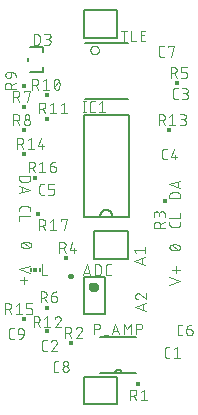
<source format=gbr>
G04 EAGLE Gerber RS-274X export*
G75*
%MOMM*%
%FSLAX34Y34*%
%LPD*%
%INSilkscreen Top*%
%IPPOS*%
%AMOC8*
5,1,8,0,0,1.08239X$1,22.5*%
G01*
%ADD10C,0.076200*%
%ADD11C,0.150000*%
%ADD12C,0.400000*%
%ADD13C,0.250000*%
%ADD14C,0.152400*%
%ADD15C,0.203200*%
%ADD16C,0.127000*%
%ADD17R,0.150000X0.300000*%
%ADD18R,0.300000X0.300000*%
%ADD19C,0.101600*%
%ADD20C,0.050800*%


D10*
X45336Y144849D02*
X45172Y144927D01*
X45006Y145001D01*
X44838Y145070D01*
X44668Y145136D01*
X44497Y145198D01*
X44325Y145255D01*
X44151Y145309D01*
X43976Y145358D01*
X43800Y145403D01*
X43623Y145444D01*
X43445Y145481D01*
X43266Y145513D01*
X43087Y145541D01*
X42907Y145565D01*
X42726Y145584D01*
X42545Y145599D01*
X42363Y145610D01*
X42182Y145617D01*
X42000Y145619D01*
X45336Y144849D02*
X45415Y144820D01*
X45492Y144788D01*
X45568Y144752D01*
X45643Y144713D01*
X45716Y144670D01*
X45786Y144624D01*
X45855Y144576D01*
X45921Y144524D01*
X45985Y144469D01*
X46046Y144412D01*
X46105Y144352D01*
X46162Y144289D01*
X46215Y144224D01*
X46265Y144157D01*
X46313Y144087D01*
X46357Y144016D01*
X46398Y143942D01*
X46436Y143867D01*
X46470Y143790D01*
X46501Y143712D01*
X46528Y143633D01*
X46552Y143552D01*
X46573Y143470D01*
X46589Y143388D01*
X46602Y143305D01*
X46612Y143221D01*
X46617Y143137D01*
X46619Y143053D01*
X46617Y142969D01*
X46612Y142885D01*
X46602Y142801D01*
X46589Y142718D01*
X46573Y142636D01*
X46552Y142554D01*
X46528Y142473D01*
X46501Y142394D01*
X46470Y142316D01*
X46436Y142239D01*
X46398Y142164D01*
X46357Y142090D01*
X46313Y142019D01*
X46265Y141949D01*
X46215Y141882D01*
X46162Y141817D01*
X46105Y141754D01*
X46047Y141694D01*
X45985Y141637D01*
X45921Y141582D01*
X45855Y141530D01*
X45786Y141482D01*
X45716Y141436D01*
X45643Y141393D01*
X45569Y141354D01*
X45492Y141318D01*
X45415Y141286D01*
X45336Y141257D01*
X45336Y141256D02*
X45172Y141178D01*
X45006Y141104D01*
X44838Y141035D01*
X44668Y140969D01*
X44497Y140907D01*
X44325Y140850D01*
X44151Y140796D01*
X43976Y140747D01*
X43800Y140702D01*
X43623Y140661D01*
X43445Y140624D01*
X43266Y140592D01*
X43087Y140564D01*
X42907Y140540D01*
X42726Y140521D01*
X42545Y140506D01*
X42363Y140495D01*
X42182Y140488D01*
X42000Y140486D01*
X42000Y145619D02*
X41818Y145617D01*
X41637Y145610D01*
X41455Y145599D01*
X41274Y145584D01*
X41093Y145565D01*
X40913Y145541D01*
X40734Y145513D01*
X40555Y145481D01*
X40377Y145444D01*
X40200Y145403D01*
X40024Y145358D01*
X39849Y145309D01*
X39675Y145255D01*
X39503Y145198D01*
X39332Y145136D01*
X39162Y145070D01*
X38995Y145001D01*
X38828Y144927D01*
X38664Y144849D01*
X38585Y144820D01*
X38508Y144788D01*
X38431Y144752D01*
X38357Y144713D01*
X38284Y144670D01*
X38214Y144624D01*
X38145Y144576D01*
X38079Y144524D01*
X38015Y144469D01*
X37953Y144412D01*
X37895Y144352D01*
X37838Y144289D01*
X37785Y144224D01*
X37735Y144157D01*
X37687Y144087D01*
X37643Y144016D01*
X37602Y143942D01*
X37564Y143867D01*
X37530Y143790D01*
X37499Y143712D01*
X37472Y143633D01*
X37448Y143552D01*
X37427Y143470D01*
X37411Y143388D01*
X37398Y143305D01*
X37388Y143221D01*
X37383Y143137D01*
X37381Y143053D01*
X38664Y141257D02*
X38828Y141179D01*
X38994Y141105D01*
X39162Y141036D01*
X39332Y140970D01*
X39503Y140908D01*
X39675Y140851D01*
X39849Y140797D01*
X40024Y140748D01*
X40200Y140703D01*
X40377Y140662D01*
X40555Y140625D01*
X40734Y140593D01*
X40913Y140565D01*
X41093Y140541D01*
X41274Y140522D01*
X41455Y140507D01*
X41637Y140496D01*
X41818Y140489D01*
X42000Y140487D01*
X38664Y141257D02*
X38585Y141286D01*
X38508Y141318D01*
X38431Y141354D01*
X38357Y141393D01*
X38284Y141436D01*
X38214Y141482D01*
X38145Y141530D01*
X38079Y141582D01*
X38015Y141637D01*
X37953Y141694D01*
X37895Y141754D01*
X37838Y141817D01*
X37785Y141882D01*
X37735Y141949D01*
X37687Y142019D01*
X37643Y142090D01*
X37602Y142164D01*
X37564Y142239D01*
X37530Y142316D01*
X37499Y142394D01*
X37472Y142473D01*
X37448Y142554D01*
X37427Y142636D01*
X37411Y142718D01*
X37398Y142801D01*
X37388Y142885D01*
X37383Y142969D01*
X37381Y143053D01*
X39434Y145106D02*
X44566Y141000D01*
X164664Y139151D02*
X164828Y139073D01*
X164994Y138999D01*
X165162Y138930D01*
X165332Y138864D01*
X165503Y138802D01*
X165675Y138745D01*
X165849Y138691D01*
X166024Y138642D01*
X166200Y138597D01*
X166377Y138556D01*
X166555Y138519D01*
X166734Y138487D01*
X166913Y138459D01*
X167093Y138435D01*
X167274Y138416D01*
X167455Y138401D01*
X167637Y138390D01*
X167818Y138383D01*
X168000Y138381D01*
X164664Y139151D02*
X164585Y139180D01*
X164508Y139212D01*
X164431Y139248D01*
X164357Y139287D01*
X164284Y139330D01*
X164214Y139376D01*
X164145Y139424D01*
X164079Y139476D01*
X164015Y139531D01*
X163953Y139588D01*
X163895Y139648D01*
X163838Y139711D01*
X163785Y139776D01*
X163735Y139843D01*
X163687Y139913D01*
X163643Y139984D01*
X163602Y140058D01*
X163564Y140133D01*
X163530Y140210D01*
X163499Y140288D01*
X163472Y140367D01*
X163448Y140448D01*
X163427Y140530D01*
X163411Y140612D01*
X163398Y140695D01*
X163388Y140779D01*
X163383Y140863D01*
X163381Y140947D01*
X163383Y141031D01*
X163388Y141115D01*
X163398Y141199D01*
X163411Y141282D01*
X163427Y141364D01*
X163448Y141446D01*
X163472Y141527D01*
X163499Y141606D01*
X163530Y141684D01*
X163564Y141761D01*
X163602Y141836D01*
X163643Y141910D01*
X163687Y141981D01*
X163735Y142051D01*
X163785Y142118D01*
X163838Y142183D01*
X163895Y142246D01*
X163954Y142306D01*
X164015Y142363D01*
X164079Y142418D01*
X164145Y142470D01*
X164214Y142518D01*
X164284Y142564D01*
X164357Y142607D01*
X164432Y142646D01*
X164508Y142682D01*
X164585Y142714D01*
X164664Y142743D01*
X164664Y142744D02*
X164828Y142822D01*
X164994Y142896D01*
X165162Y142965D01*
X165332Y143031D01*
X165503Y143093D01*
X165675Y143150D01*
X165849Y143204D01*
X166024Y143253D01*
X166200Y143298D01*
X166377Y143339D01*
X166555Y143376D01*
X166734Y143408D01*
X166913Y143436D01*
X167093Y143460D01*
X167274Y143479D01*
X167455Y143494D01*
X167637Y143505D01*
X167818Y143512D01*
X168000Y143514D01*
X168000Y138381D02*
X168182Y138383D01*
X168363Y138390D01*
X168545Y138401D01*
X168726Y138416D01*
X168907Y138435D01*
X169087Y138459D01*
X169266Y138487D01*
X169445Y138519D01*
X169623Y138556D01*
X169800Y138597D01*
X169976Y138642D01*
X170151Y138691D01*
X170325Y138745D01*
X170497Y138802D01*
X170668Y138864D01*
X170838Y138930D01*
X171006Y138999D01*
X171172Y139073D01*
X171336Y139151D01*
X171415Y139180D01*
X171492Y139212D01*
X171569Y139248D01*
X171643Y139287D01*
X171716Y139330D01*
X171786Y139376D01*
X171855Y139424D01*
X171921Y139476D01*
X171985Y139531D01*
X172047Y139588D01*
X172105Y139648D01*
X172162Y139711D01*
X172215Y139776D01*
X172265Y139843D01*
X172313Y139913D01*
X172357Y139984D01*
X172398Y140058D01*
X172436Y140133D01*
X172470Y140210D01*
X172501Y140288D01*
X172528Y140367D01*
X172552Y140448D01*
X172573Y140530D01*
X172589Y140612D01*
X172602Y140695D01*
X172612Y140779D01*
X172617Y140863D01*
X172619Y140947D01*
X171336Y142743D02*
X171172Y142821D01*
X171006Y142895D01*
X170838Y142964D01*
X170668Y143030D01*
X170497Y143092D01*
X170325Y143149D01*
X170151Y143203D01*
X169976Y143252D01*
X169800Y143297D01*
X169623Y143338D01*
X169445Y143375D01*
X169266Y143407D01*
X169087Y143435D01*
X168907Y143459D01*
X168726Y143478D01*
X168545Y143493D01*
X168363Y143504D01*
X168182Y143511D01*
X168000Y143513D01*
X171336Y142743D02*
X171415Y142714D01*
X171492Y142682D01*
X171569Y142646D01*
X171643Y142607D01*
X171716Y142564D01*
X171786Y142518D01*
X171855Y142470D01*
X171921Y142418D01*
X171985Y142363D01*
X172047Y142306D01*
X172105Y142246D01*
X172162Y142183D01*
X172215Y142118D01*
X172265Y142051D01*
X172313Y141981D01*
X172357Y141910D01*
X172398Y141836D01*
X172436Y141761D01*
X172470Y141684D01*
X172501Y141606D01*
X172528Y141527D01*
X172552Y141446D01*
X172573Y141364D01*
X172589Y141282D01*
X172602Y141199D01*
X172612Y141115D01*
X172617Y141031D01*
X172619Y140947D01*
X170566Y138894D02*
X165434Y143000D01*
X45619Y125619D02*
X36381Y122540D01*
X45619Y119460D01*
X39974Y116019D02*
X39974Y109860D01*
X36894Y112940D02*
X43053Y112940D01*
X163381Y109381D02*
X172619Y112460D01*
X163381Y115540D01*
X169026Y118981D02*
X169026Y125140D01*
X172106Y122060D02*
X165947Y122060D01*
X45619Y201619D02*
X36381Y201619D01*
X45619Y201619D02*
X45619Y199053D01*
X45617Y198955D01*
X45611Y198857D01*
X45602Y198759D01*
X45589Y198661D01*
X45572Y198564D01*
X45552Y198468D01*
X45527Y198373D01*
X45499Y198279D01*
X45468Y198186D01*
X45433Y198094D01*
X45394Y198003D01*
X45353Y197914D01*
X45307Y197827D01*
X45259Y197742D01*
X45207Y197658D01*
X45152Y197577D01*
X45094Y197497D01*
X45033Y197420D01*
X44969Y197346D01*
X44902Y197274D01*
X44832Y197204D01*
X44760Y197137D01*
X44686Y197073D01*
X44609Y197012D01*
X44529Y196954D01*
X44448Y196899D01*
X44364Y196847D01*
X44279Y196799D01*
X44192Y196753D01*
X44103Y196712D01*
X44012Y196673D01*
X43920Y196638D01*
X43827Y196607D01*
X43733Y196579D01*
X43638Y196554D01*
X43542Y196534D01*
X43445Y196517D01*
X43347Y196504D01*
X43249Y196495D01*
X43151Y196489D01*
X43053Y196487D01*
X38947Y196487D01*
X38849Y196489D01*
X38751Y196495D01*
X38653Y196504D01*
X38555Y196517D01*
X38458Y196534D01*
X38362Y196554D01*
X38267Y196579D01*
X38173Y196607D01*
X38080Y196638D01*
X37988Y196673D01*
X37897Y196712D01*
X37808Y196753D01*
X37721Y196799D01*
X37636Y196847D01*
X37552Y196899D01*
X37471Y196954D01*
X37391Y197012D01*
X37314Y197073D01*
X37240Y197137D01*
X37168Y197204D01*
X37098Y197274D01*
X37031Y197346D01*
X36967Y197420D01*
X36906Y197497D01*
X36848Y197577D01*
X36793Y197658D01*
X36741Y197742D01*
X36693Y197827D01*
X36647Y197914D01*
X36606Y198003D01*
X36567Y198094D01*
X36532Y198186D01*
X36501Y198279D01*
X36473Y198373D01*
X36448Y198468D01*
X36428Y198564D01*
X36411Y198661D01*
X36398Y198759D01*
X36389Y198857D01*
X36383Y198955D01*
X36381Y199053D01*
X36381Y201619D01*
X36381Y192832D02*
X45619Y189753D01*
X36381Y186674D01*
X38691Y187443D02*
X38691Y192062D01*
X163381Y182381D02*
X172619Y182381D01*
X163381Y182381D02*
X163381Y184947D01*
X163383Y185045D01*
X163389Y185143D01*
X163398Y185241D01*
X163411Y185339D01*
X163428Y185436D01*
X163448Y185532D01*
X163473Y185627D01*
X163501Y185721D01*
X163532Y185814D01*
X163567Y185906D01*
X163606Y185997D01*
X163647Y186086D01*
X163693Y186173D01*
X163741Y186258D01*
X163793Y186342D01*
X163848Y186423D01*
X163906Y186503D01*
X163967Y186580D01*
X164031Y186654D01*
X164098Y186726D01*
X164168Y186796D01*
X164240Y186863D01*
X164314Y186927D01*
X164391Y186988D01*
X164471Y187046D01*
X164552Y187101D01*
X164636Y187153D01*
X164721Y187201D01*
X164808Y187247D01*
X164897Y187288D01*
X164988Y187327D01*
X165080Y187362D01*
X165173Y187393D01*
X165267Y187421D01*
X165362Y187446D01*
X165458Y187466D01*
X165555Y187483D01*
X165653Y187496D01*
X165751Y187505D01*
X165849Y187511D01*
X165947Y187513D01*
X170053Y187513D01*
X170151Y187511D01*
X170249Y187505D01*
X170347Y187496D01*
X170445Y187483D01*
X170542Y187466D01*
X170638Y187446D01*
X170733Y187421D01*
X170827Y187393D01*
X170920Y187362D01*
X171012Y187327D01*
X171103Y187288D01*
X171192Y187247D01*
X171279Y187201D01*
X171364Y187153D01*
X171448Y187101D01*
X171529Y187046D01*
X171609Y186988D01*
X171686Y186927D01*
X171760Y186863D01*
X171832Y186796D01*
X171902Y186726D01*
X171969Y186654D01*
X172033Y186580D01*
X172094Y186503D01*
X172152Y186423D01*
X172207Y186342D01*
X172259Y186258D01*
X172307Y186173D01*
X172353Y186086D01*
X172394Y185997D01*
X172433Y185906D01*
X172468Y185814D01*
X172499Y185721D01*
X172527Y185627D01*
X172552Y185532D01*
X172572Y185436D01*
X172589Y185339D01*
X172602Y185241D01*
X172611Y185143D01*
X172617Y185045D01*
X172619Y184947D01*
X172619Y182381D01*
X172619Y191168D02*
X163381Y194247D01*
X172619Y197326D01*
X170310Y196557D02*
X170310Y191938D01*
X36381Y173566D02*
X36381Y171513D01*
X36381Y173566D02*
X36383Y173656D01*
X36389Y173745D01*
X36399Y173834D01*
X36412Y173922D01*
X36430Y174010D01*
X36451Y174097D01*
X36476Y174183D01*
X36505Y174268D01*
X36537Y174352D01*
X36573Y174434D01*
X36613Y174514D01*
X36656Y174593D01*
X36703Y174669D01*
X36752Y174744D01*
X36805Y174816D01*
X36861Y174886D01*
X36920Y174953D01*
X36982Y175018D01*
X37047Y175080D01*
X37114Y175139D01*
X37184Y175195D01*
X37256Y175248D01*
X37331Y175297D01*
X37408Y175344D01*
X37486Y175387D01*
X37566Y175427D01*
X37648Y175463D01*
X37732Y175495D01*
X37817Y175524D01*
X37903Y175549D01*
X37990Y175570D01*
X38078Y175588D01*
X38166Y175601D01*
X38255Y175611D01*
X38344Y175617D01*
X38434Y175619D01*
X43566Y175619D01*
X43656Y175617D01*
X43745Y175611D01*
X43834Y175601D01*
X43922Y175588D01*
X44010Y175570D01*
X44097Y175549D01*
X44183Y175524D01*
X44268Y175495D01*
X44352Y175463D01*
X44434Y175427D01*
X44514Y175387D01*
X44592Y175344D01*
X44669Y175297D01*
X44744Y175248D01*
X44816Y175195D01*
X44886Y175139D01*
X44953Y175080D01*
X45018Y175018D01*
X45080Y174953D01*
X45139Y174886D01*
X45195Y174816D01*
X45248Y174744D01*
X45297Y174669D01*
X45344Y174593D01*
X45387Y174514D01*
X45427Y174434D01*
X45463Y174352D01*
X45495Y174268D01*
X45524Y174183D01*
X45549Y174097D01*
X45570Y174010D01*
X45588Y173923D01*
X45601Y173834D01*
X45611Y173745D01*
X45617Y173656D01*
X45619Y173566D01*
X45619Y171513D01*
X45619Y167776D02*
X36381Y167776D01*
X36381Y163670D01*
X172619Y162487D02*
X172619Y160434D01*
X172617Y160344D01*
X172611Y160255D01*
X172601Y160166D01*
X172588Y160078D01*
X172570Y159990D01*
X172549Y159903D01*
X172524Y159817D01*
X172495Y159732D01*
X172463Y159648D01*
X172427Y159566D01*
X172387Y159486D01*
X172344Y159408D01*
X172297Y159331D01*
X172248Y159256D01*
X172195Y159184D01*
X172139Y159114D01*
X172080Y159047D01*
X172018Y158982D01*
X171953Y158920D01*
X171886Y158861D01*
X171816Y158805D01*
X171744Y158752D01*
X171669Y158703D01*
X171593Y158656D01*
X171514Y158613D01*
X171434Y158573D01*
X171352Y158537D01*
X171268Y158505D01*
X171183Y158476D01*
X171097Y158451D01*
X171010Y158430D01*
X170922Y158412D01*
X170834Y158399D01*
X170745Y158389D01*
X170656Y158383D01*
X170566Y158381D01*
X165434Y158381D01*
X165344Y158383D01*
X165255Y158389D01*
X165166Y158399D01*
X165078Y158412D01*
X164990Y158430D01*
X164903Y158451D01*
X164817Y158476D01*
X164732Y158505D01*
X164648Y158537D01*
X164566Y158573D01*
X164486Y158613D01*
X164408Y158656D01*
X164331Y158703D01*
X164256Y158752D01*
X164184Y158805D01*
X164114Y158861D01*
X164047Y158920D01*
X163982Y158982D01*
X163920Y159047D01*
X163861Y159114D01*
X163805Y159184D01*
X163752Y159256D01*
X163703Y159331D01*
X163656Y159407D01*
X163613Y159486D01*
X163573Y159566D01*
X163537Y159648D01*
X163505Y159732D01*
X163476Y159817D01*
X163451Y159903D01*
X163430Y159990D01*
X163412Y160077D01*
X163399Y160166D01*
X163389Y160255D01*
X163383Y160344D01*
X163381Y160434D01*
X163381Y162487D01*
X163381Y166224D02*
X172619Y166224D01*
X172619Y170330D01*
D11*
X109000Y84500D02*
X91000Y84500D01*
X91000Y115500D02*
X109000Y115500D01*
X109000Y84500D01*
X91000Y84500D02*
X91000Y115500D01*
D12*
X97000Y107500D02*
X97002Y107589D01*
X97008Y107678D01*
X97018Y107767D01*
X97032Y107855D01*
X97049Y107942D01*
X97071Y108028D01*
X97097Y108114D01*
X97126Y108198D01*
X97159Y108281D01*
X97195Y108362D01*
X97236Y108442D01*
X97279Y108519D01*
X97326Y108595D01*
X97377Y108668D01*
X97430Y108739D01*
X97487Y108808D01*
X97547Y108874D01*
X97610Y108938D01*
X97675Y108998D01*
X97743Y109056D01*
X97814Y109110D01*
X97887Y109161D01*
X97962Y109209D01*
X98039Y109254D01*
X98118Y109295D01*
X98199Y109332D01*
X98281Y109366D01*
X98365Y109397D01*
X98450Y109423D01*
X98536Y109446D01*
X98623Y109464D01*
X98711Y109479D01*
X98800Y109490D01*
X98889Y109497D01*
X98978Y109500D01*
X99067Y109499D01*
X99156Y109494D01*
X99244Y109485D01*
X99333Y109472D01*
X99420Y109455D01*
X99507Y109435D01*
X99593Y109410D01*
X99677Y109382D01*
X99760Y109350D01*
X99842Y109314D01*
X99922Y109275D01*
X100000Y109232D01*
X100076Y109186D01*
X100150Y109136D01*
X100222Y109083D01*
X100291Y109027D01*
X100358Y108968D01*
X100422Y108906D01*
X100483Y108842D01*
X100542Y108774D01*
X100597Y108704D01*
X100649Y108632D01*
X100698Y108557D01*
X100743Y108481D01*
X100785Y108402D01*
X100823Y108322D01*
X100858Y108240D01*
X100889Y108156D01*
X100917Y108071D01*
X100940Y107985D01*
X100960Y107898D01*
X100976Y107811D01*
X100988Y107722D01*
X100996Y107634D01*
X101000Y107545D01*
X101000Y107455D01*
X100996Y107366D01*
X100988Y107278D01*
X100976Y107189D01*
X100960Y107102D01*
X100940Y107015D01*
X100917Y106929D01*
X100889Y106844D01*
X100858Y106760D01*
X100823Y106678D01*
X100785Y106598D01*
X100743Y106519D01*
X100698Y106443D01*
X100649Y106368D01*
X100597Y106296D01*
X100542Y106226D01*
X100483Y106158D01*
X100422Y106094D01*
X100358Y106032D01*
X100291Y105973D01*
X100222Y105917D01*
X100150Y105864D01*
X100076Y105814D01*
X100000Y105768D01*
X99922Y105725D01*
X99842Y105686D01*
X99760Y105650D01*
X99677Y105618D01*
X99593Y105590D01*
X99507Y105565D01*
X99420Y105545D01*
X99333Y105528D01*
X99244Y105515D01*
X99156Y105506D01*
X99067Y105501D01*
X98978Y105500D01*
X98889Y105503D01*
X98800Y105510D01*
X98711Y105521D01*
X98623Y105536D01*
X98536Y105554D01*
X98450Y105577D01*
X98365Y105603D01*
X98281Y105634D01*
X98199Y105668D01*
X98118Y105705D01*
X98039Y105746D01*
X97962Y105791D01*
X97887Y105839D01*
X97814Y105890D01*
X97743Y105944D01*
X97675Y106002D01*
X97610Y106062D01*
X97547Y106126D01*
X97487Y106192D01*
X97430Y106261D01*
X97377Y106332D01*
X97326Y106405D01*
X97279Y106481D01*
X97236Y106558D01*
X97195Y106638D01*
X97159Y106719D01*
X97126Y106802D01*
X97097Y106886D01*
X97071Y106972D01*
X97049Y107058D01*
X97032Y107145D01*
X97018Y107233D01*
X97008Y107322D01*
X97002Y107411D01*
X97000Y107500D01*
D13*
X78500Y116750D02*
X78502Y116820D01*
X78508Y116890D01*
X78518Y116959D01*
X78531Y117028D01*
X78549Y117096D01*
X78570Y117163D01*
X78595Y117228D01*
X78624Y117292D01*
X78656Y117355D01*
X78692Y117415D01*
X78731Y117473D01*
X78773Y117529D01*
X78818Y117583D01*
X78866Y117634D01*
X78917Y117682D01*
X78971Y117727D01*
X79027Y117769D01*
X79085Y117808D01*
X79145Y117844D01*
X79208Y117876D01*
X79272Y117905D01*
X79337Y117930D01*
X79404Y117951D01*
X79472Y117969D01*
X79541Y117982D01*
X79610Y117992D01*
X79680Y117998D01*
X79750Y118000D01*
X79820Y117998D01*
X79890Y117992D01*
X79959Y117982D01*
X80028Y117969D01*
X80096Y117951D01*
X80163Y117930D01*
X80228Y117905D01*
X80292Y117876D01*
X80355Y117844D01*
X80415Y117808D01*
X80473Y117769D01*
X80529Y117727D01*
X80583Y117682D01*
X80634Y117634D01*
X80682Y117583D01*
X80727Y117529D01*
X80769Y117473D01*
X80808Y117415D01*
X80844Y117355D01*
X80876Y117292D01*
X80905Y117228D01*
X80930Y117163D01*
X80951Y117096D01*
X80969Y117028D01*
X80982Y116959D01*
X80992Y116890D01*
X80998Y116820D01*
X81000Y116750D01*
X80998Y116680D01*
X80992Y116610D01*
X80982Y116541D01*
X80969Y116472D01*
X80951Y116404D01*
X80930Y116337D01*
X80905Y116272D01*
X80876Y116208D01*
X80844Y116145D01*
X80808Y116085D01*
X80769Y116027D01*
X80727Y115971D01*
X80682Y115917D01*
X80634Y115866D01*
X80583Y115818D01*
X80529Y115773D01*
X80473Y115731D01*
X80415Y115692D01*
X80355Y115656D01*
X80292Y115624D01*
X80228Y115595D01*
X80163Y115570D01*
X80096Y115549D01*
X80028Y115531D01*
X79959Y115518D01*
X79890Y115508D01*
X79820Y115502D01*
X79750Y115500D01*
X79680Y115502D01*
X79610Y115508D01*
X79541Y115518D01*
X79472Y115531D01*
X79404Y115549D01*
X79337Y115570D01*
X79272Y115595D01*
X79208Y115624D01*
X79145Y115656D01*
X79085Y115692D01*
X79027Y115731D01*
X78971Y115773D01*
X78917Y115818D01*
X78866Y115866D01*
X78818Y115917D01*
X78773Y115971D01*
X78731Y116027D01*
X78692Y116085D01*
X78656Y116145D01*
X78624Y116208D01*
X78595Y116272D01*
X78570Y116337D01*
X78549Y116404D01*
X78531Y116472D01*
X78518Y116541D01*
X78508Y116610D01*
X78502Y116680D01*
X78500Y116750D01*
D10*
X90381Y117381D02*
X93460Y126619D01*
X96540Y117381D01*
X95770Y119691D02*
X91151Y119691D01*
X100194Y117381D02*
X100194Y126619D01*
X102760Y126619D01*
X102858Y126617D01*
X102956Y126611D01*
X103054Y126602D01*
X103152Y126589D01*
X103249Y126572D01*
X103345Y126552D01*
X103440Y126527D01*
X103534Y126499D01*
X103627Y126468D01*
X103719Y126433D01*
X103810Y126394D01*
X103899Y126353D01*
X103986Y126307D01*
X104071Y126259D01*
X104155Y126207D01*
X104236Y126152D01*
X104316Y126094D01*
X104393Y126033D01*
X104467Y125969D01*
X104539Y125902D01*
X104609Y125832D01*
X104676Y125760D01*
X104740Y125686D01*
X104801Y125609D01*
X104859Y125529D01*
X104914Y125448D01*
X104966Y125364D01*
X105014Y125279D01*
X105060Y125192D01*
X105101Y125103D01*
X105140Y125012D01*
X105175Y124920D01*
X105206Y124827D01*
X105234Y124733D01*
X105259Y124638D01*
X105279Y124542D01*
X105296Y124445D01*
X105309Y124347D01*
X105318Y124249D01*
X105324Y124151D01*
X105326Y124053D01*
X105326Y119947D01*
X105324Y119849D01*
X105318Y119751D01*
X105309Y119653D01*
X105296Y119555D01*
X105279Y119458D01*
X105259Y119362D01*
X105234Y119267D01*
X105206Y119173D01*
X105175Y119080D01*
X105140Y118988D01*
X105101Y118897D01*
X105060Y118808D01*
X105014Y118721D01*
X104966Y118636D01*
X104914Y118552D01*
X104859Y118471D01*
X104801Y118391D01*
X104740Y118314D01*
X104676Y118240D01*
X104609Y118168D01*
X104539Y118098D01*
X104467Y118031D01*
X104393Y117967D01*
X104316Y117906D01*
X104236Y117848D01*
X104155Y117793D01*
X104071Y117741D01*
X103986Y117693D01*
X103899Y117647D01*
X103810Y117606D01*
X103719Y117567D01*
X103627Y117532D01*
X103534Y117501D01*
X103440Y117473D01*
X103345Y117448D01*
X103249Y117428D01*
X103152Y117411D01*
X103054Y117398D01*
X102956Y117389D01*
X102858Y117383D01*
X102760Y117381D01*
X100194Y117381D01*
X111522Y117381D02*
X113574Y117381D01*
X111522Y117381D02*
X111432Y117383D01*
X111343Y117389D01*
X111254Y117399D01*
X111166Y117412D01*
X111078Y117430D01*
X110991Y117451D01*
X110905Y117476D01*
X110820Y117505D01*
X110736Y117537D01*
X110654Y117573D01*
X110574Y117613D01*
X110496Y117656D01*
X110419Y117703D01*
X110344Y117752D01*
X110272Y117805D01*
X110202Y117861D01*
X110135Y117920D01*
X110070Y117982D01*
X110008Y118047D01*
X109949Y118114D01*
X109893Y118184D01*
X109840Y118256D01*
X109791Y118331D01*
X109744Y118408D01*
X109701Y118486D01*
X109661Y118566D01*
X109625Y118648D01*
X109593Y118732D01*
X109564Y118817D01*
X109539Y118903D01*
X109518Y118990D01*
X109500Y119078D01*
X109487Y119166D01*
X109477Y119255D01*
X109471Y119344D01*
X109469Y119434D01*
X109469Y124566D01*
X109471Y124656D01*
X109477Y124745D01*
X109487Y124834D01*
X109500Y124922D01*
X109518Y125010D01*
X109539Y125097D01*
X109564Y125183D01*
X109593Y125268D01*
X109625Y125352D01*
X109661Y125434D01*
X109701Y125514D01*
X109744Y125592D01*
X109791Y125669D01*
X109840Y125744D01*
X109893Y125816D01*
X109949Y125886D01*
X110008Y125953D01*
X110070Y126018D01*
X110135Y126080D01*
X110202Y126139D01*
X110272Y126195D01*
X110344Y126248D01*
X110419Y126297D01*
X110495Y126344D01*
X110574Y126387D01*
X110654Y126427D01*
X110736Y126463D01*
X110820Y126495D01*
X110905Y126524D01*
X110991Y126549D01*
X111078Y126570D01*
X111165Y126588D01*
X111254Y126601D01*
X111343Y126611D01*
X111432Y126617D01*
X111522Y126619D01*
X113574Y126619D01*
X161434Y47381D02*
X163487Y47381D01*
X161434Y47381D02*
X161344Y47383D01*
X161255Y47389D01*
X161166Y47399D01*
X161078Y47412D01*
X160990Y47430D01*
X160903Y47451D01*
X160817Y47476D01*
X160732Y47505D01*
X160648Y47537D01*
X160566Y47573D01*
X160486Y47613D01*
X160408Y47656D01*
X160331Y47703D01*
X160256Y47752D01*
X160184Y47805D01*
X160114Y47861D01*
X160047Y47920D01*
X159982Y47982D01*
X159920Y48047D01*
X159861Y48114D01*
X159805Y48184D01*
X159752Y48256D01*
X159703Y48331D01*
X159656Y48408D01*
X159613Y48486D01*
X159573Y48566D01*
X159537Y48648D01*
X159505Y48732D01*
X159476Y48817D01*
X159451Y48903D01*
X159430Y48990D01*
X159412Y49078D01*
X159399Y49166D01*
X159389Y49255D01*
X159383Y49344D01*
X159381Y49434D01*
X159381Y54566D01*
X159383Y54656D01*
X159389Y54745D01*
X159399Y54834D01*
X159412Y54922D01*
X159430Y55010D01*
X159451Y55097D01*
X159476Y55183D01*
X159505Y55268D01*
X159537Y55352D01*
X159573Y55434D01*
X159613Y55514D01*
X159656Y55592D01*
X159703Y55669D01*
X159752Y55744D01*
X159805Y55816D01*
X159861Y55886D01*
X159920Y55953D01*
X159982Y56018D01*
X160047Y56080D01*
X160114Y56139D01*
X160184Y56195D01*
X160256Y56248D01*
X160331Y56297D01*
X160407Y56344D01*
X160486Y56387D01*
X160566Y56427D01*
X160648Y56463D01*
X160732Y56495D01*
X160817Y56524D01*
X160903Y56549D01*
X160990Y56570D01*
X161077Y56588D01*
X161166Y56601D01*
X161255Y56611D01*
X161344Y56617D01*
X161434Y56619D01*
X163487Y56619D01*
X166906Y54566D02*
X169473Y56619D01*
X169473Y47381D01*
X172039Y47381D02*
X166906Y47381D01*
X59487Y53381D02*
X57434Y53381D01*
X57344Y53383D01*
X57255Y53389D01*
X57166Y53399D01*
X57078Y53412D01*
X56990Y53430D01*
X56903Y53451D01*
X56817Y53476D01*
X56732Y53505D01*
X56648Y53537D01*
X56566Y53573D01*
X56486Y53613D01*
X56408Y53656D01*
X56331Y53703D01*
X56256Y53752D01*
X56184Y53805D01*
X56114Y53861D01*
X56047Y53920D01*
X55982Y53982D01*
X55920Y54047D01*
X55861Y54114D01*
X55805Y54184D01*
X55752Y54256D01*
X55703Y54331D01*
X55656Y54408D01*
X55613Y54486D01*
X55573Y54566D01*
X55537Y54648D01*
X55505Y54732D01*
X55476Y54817D01*
X55451Y54903D01*
X55430Y54990D01*
X55412Y55078D01*
X55399Y55166D01*
X55389Y55255D01*
X55383Y55344D01*
X55381Y55434D01*
X55381Y60566D01*
X55383Y60656D01*
X55389Y60745D01*
X55399Y60834D01*
X55412Y60922D01*
X55430Y61010D01*
X55451Y61097D01*
X55476Y61183D01*
X55505Y61268D01*
X55537Y61352D01*
X55573Y61434D01*
X55613Y61514D01*
X55656Y61592D01*
X55703Y61669D01*
X55752Y61744D01*
X55805Y61816D01*
X55861Y61886D01*
X55920Y61953D01*
X55982Y62018D01*
X56047Y62080D01*
X56114Y62139D01*
X56184Y62195D01*
X56256Y62248D01*
X56331Y62297D01*
X56407Y62344D01*
X56486Y62387D01*
X56566Y62427D01*
X56648Y62463D01*
X56732Y62495D01*
X56817Y62524D01*
X56903Y62549D01*
X56990Y62570D01*
X57077Y62588D01*
X57166Y62601D01*
X57255Y62611D01*
X57344Y62617D01*
X57434Y62619D01*
X59487Y62619D01*
X65729Y62619D02*
X65822Y62617D01*
X65915Y62612D01*
X66007Y62602D01*
X66100Y62589D01*
X66191Y62572D01*
X66282Y62552D01*
X66372Y62528D01*
X66461Y62500D01*
X66548Y62469D01*
X66634Y62434D01*
X66719Y62396D01*
X66803Y62354D01*
X66884Y62310D01*
X66964Y62261D01*
X67041Y62210D01*
X67117Y62156D01*
X67190Y62098D01*
X67261Y62038D01*
X67329Y61975D01*
X67395Y61909D01*
X67458Y61841D01*
X67518Y61770D01*
X67576Y61697D01*
X67630Y61621D01*
X67681Y61544D01*
X67730Y61464D01*
X67774Y61383D01*
X67816Y61299D01*
X67854Y61214D01*
X67889Y61128D01*
X67920Y61041D01*
X67948Y60952D01*
X67972Y60862D01*
X67992Y60771D01*
X68009Y60680D01*
X68022Y60587D01*
X68032Y60495D01*
X68037Y60402D01*
X68039Y60309D01*
X65729Y62619D02*
X65622Y62617D01*
X65516Y62611D01*
X65410Y62602D01*
X65304Y62588D01*
X65199Y62571D01*
X65094Y62550D01*
X64991Y62526D01*
X64888Y62497D01*
X64786Y62465D01*
X64686Y62430D01*
X64587Y62390D01*
X64489Y62347D01*
X64393Y62301D01*
X64299Y62251D01*
X64206Y62198D01*
X64116Y62142D01*
X64027Y62082D01*
X63941Y62020D01*
X63857Y61954D01*
X63776Y61885D01*
X63697Y61814D01*
X63620Y61739D01*
X63547Y61662D01*
X63476Y61583D01*
X63408Y61500D01*
X63343Y61416D01*
X63281Y61329D01*
X63223Y61240D01*
X63167Y61149D01*
X63115Y61056D01*
X63066Y60961D01*
X63021Y60865D01*
X62979Y60766D01*
X62941Y60667D01*
X62906Y60566D01*
X67269Y58512D02*
X67337Y58580D01*
X67402Y58650D01*
X67465Y58722D01*
X67525Y58797D01*
X67582Y58874D01*
X67635Y58953D01*
X67686Y59034D01*
X67734Y59117D01*
X67778Y59201D01*
X67819Y59288D01*
X67857Y59376D01*
X67891Y59465D01*
X67922Y59556D01*
X67949Y59647D01*
X67973Y59740D01*
X67993Y59834D01*
X68010Y59928D01*
X68022Y60023D01*
X68032Y60118D01*
X68037Y60213D01*
X68039Y60309D01*
X67269Y58513D02*
X62906Y53381D01*
X68039Y53381D01*
X168434Y266381D02*
X170487Y266381D01*
X168434Y266381D02*
X168344Y266383D01*
X168255Y266389D01*
X168166Y266399D01*
X168078Y266412D01*
X167990Y266430D01*
X167903Y266451D01*
X167817Y266476D01*
X167732Y266505D01*
X167648Y266537D01*
X167566Y266573D01*
X167486Y266613D01*
X167408Y266656D01*
X167331Y266703D01*
X167256Y266752D01*
X167184Y266805D01*
X167114Y266861D01*
X167047Y266920D01*
X166982Y266982D01*
X166920Y267047D01*
X166861Y267114D01*
X166805Y267184D01*
X166752Y267256D01*
X166703Y267331D01*
X166656Y267408D01*
X166613Y267486D01*
X166573Y267566D01*
X166537Y267648D01*
X166505Y267732D01*
X166476Y267817D01*
X166451Y267903D01*
X166430Y267990D01*
X166412Y268078D01*
X166399Y268166D01*
X166389Y268255D01*
X166383Y268344D01*
X166381Y268434D01*
X166381Y273566D01*
X166383Y273656D01*
X166389Y273745D01*
X166399Y273834D01*
X166412Y273922D01*
X166430Y274010D01*
X166451Y274097D01*
X166476Y274183D01*
X166505Y274268D01*
X166537Y274352D01*
X166573Y274434D01*
X166613Y274514D01*
X166656Y274592D01*
X166703Y274669D01*
X166752Y274744D01*
X166805Y274816D01*
X166861Y274886D01*
X166920Y274953D01*
X166982Y275018D01*
X167047Y275080D01*
X167114Y275139D01*
X167184Y275195D01*
X167256Y275248D01*
X167331Y275297D01*
X167407Y275344D01*
X167486Y275387D01*
X167566Y275427D01*
X167648Y275463D01*
X167732Y275495D01*
X167817Y275524D01*
X167903Y275549D01*
X167990Y275570D01*
X168077Y275588D01*
X168166Y275601D01*
X168255Y275611D01*
X168344Y275617D01*
X168434Y275619D01*
X170487Y275619D01*
X173906Y266381D02*
X176473Y266381D01*
X176572Y266383D01*
X176672Y266389D01*
X176771Y266398D01*
X176869Y266412D01*
X176967Y266429D01*
X177065Y266450D01*
X177161Y266475D01*
X177256Y266504D01*
X177351Y266536D01*
X177443Y266572D01*
X177535Y266611D01*
X177625Y266654D01*
X177713Y266700D01*
X177799Y266750D01*
X177883Y266803D01*
X177965Y266859D01*
X178045Y266919D01*
X178122Y266981D01*
X178197Y267047D01*
X178270Y267115D01*
X178339Y267186D01*
X178406Y267260D01*
X178470Y267336D01*
X178531Y267415D01*
X178589Y267496D01*
X178644Y267579D01*
X178695Y267664D01*
X178743Y267751D01*
X178788Y267840D01*
X178829Y267931D01*
X178867Y268023D01*
X178901Y268116D01*
X178931Y268211D01*
X178958Y268307D01*
X178981Y268404D01*
X179000Y268501D01*
X179015Y268600D01*
X179027Y268699D01*
X179035Y268798D01*
X179039Y268897D01*
X179039Y268997D01*
X179035Y269096D01*
X179027Y269195D01*
X179015Y269294D01*
X179000Y269393D01*
X178981Y269490D01*
X178958Y269587D01*
X178931Y269683D01*
X178901Y269778D01*
X178867Y269871D01*
X178829Y269963D01*
X178788Y270054D01*
X178743Y270143D01*
X178695Y270230D01*
X178644Y270315D01*
X178589Y270398D01*
X178531Y270479D01*
X178470Y270558D01*
X178406Y270634D01*
X178339Y270708D01*
X178270Y270779D01*
X178197Y270847D01*
X178122Y270913D01*
X178045Y270975D01*
X177965Y271035D01*
X177883Y271091D01*
X177799Y271144D01*
X177713Y271194D01*
X177625Y271240D01*
X177535Y271283D01*
X177443Y271322D01*
X177351Y271358D01*
X177256Y271390D01*
X177161Y271419D01*
X177065Y271444D01*
X176967Y271465D01*
X176869Y271482D01*
X176771Y271496D01*
X176672Y271505D01*
X176572Y271511D01*
X176473Y271513D01*
X176986Y275619D02*
X173906Y275619D01*
X176986Y275619D02*
X177076Y275617D01*
X177165Y275611D01*
X177254Y275601D01*
X177342Y275588D01*
X177430Y275570D01*
X177517Y275549D01*
X177603Y275524D01*
X177688Y275495D01*
X177772Y275463D01*
X177854Y275427D01*
X177934Y275387D01*
X178013Y275344D01*
X178089Y275297D01*
X178164Y275248D01*
X178236Y275195D01*
X178306Y275139D01*
X178373Y275080D01*
X178438Y275018D01*
X178500Y274953D01*
X178559Y274886D01*
X178615Y274816D01*
X178668Y274744D01*
X178717Y274669D01*
X178764Y274593D01*
X178807Y274514D01*
X178847Y274434D01*
X178883Y274352D01*
X178915Y274268D01*
X178944Y274183D01*
X178969Y274097D01*
X178990Y274010D01*
X179008Y273922D01*
X179021Y273834D01*
X179031Y273745D01*
X179037Y273656D01*
X179039Y273566D01*
X179037Y273476D01*
X179031Y273387D01*
X179021Y273298D01*
X179008Y273210D01*
X178990Y273122D01*
X178969Y273035D01*
X178944Y272949D01*
X178915Y272864D01*
X178883Y272780D01*
X178847Y272698D01*
X178807Y272618D01*
X178764Y272540D01*
X178717Y272463D01*
X178668Y272388D01*
X178615Y272316D01*
X178559Y272246D01*
X178500Y272179D01*
X178438Y272114D01*
X178373Y272052D01*
X178306Y271993D01*
X178236Y271937D01*
X178164Y271884D01*
X178089Y271835D01*
X178013Y271788D01*
X177934Y271745D01*
X177854Y271705D01*
X177772Y271669D01*
X177688Y271637D01*
X177603Y271608D01*
X177517Y271583D01*
X177430Y271562D01*
X177342Y271544D01*
X177254Y271531D01*
X177165Y271521D01*
X177076Y271515D01*
X176986Y271513D01*
X174933Y271513D01*
X161487Y215381D02*
X159434Y215381D01*
X159344Y215383D01*
X159255Y215389D01*
X159166Y215399D01*
X159078Y215412D01*
X158990Y215430D01*
X158903Y215451D01*
X158817Y215476D01*
X158732Y215505D01*
X158648Y215537D01*
X158566Y215573D01*
X158486Y215613D01*
X158408Y215656D01*
X158331Y215703D01*
X158256Y215752D01*
X158184Y215805D01*
X158114Y215861D01*
X158047Y215920D01*
X157982Y215982D01*
X157920Y216047D01*
X157861Y216114D01*
X157805Y216184D01*
X157752Y216256D01*
X157703Y216331D01*
X157656Y216408D01*
X157613Y216486D01*
X157573Y216566D01*
X157537Y216648D01*
X157505Y216732D01*
X157476Y216817D01*
X157451Y216903D01*
X157430Y216990D01*
X157412Y217078D01*
X157399Y217166D01*
X157389Y217255D01*
X157383Y217344D01*
X157381Y217434D01*
X157381Y222566D01*
X157383Y222656D01*
X157389Y222745D01*
X157399Y222834D01*
X157412Y222922D01*
X157430Y223010D01*
X157451Y223097D01*
X157476Y223183D01*
X157505Y223268D01*
X157537Y223352D01*
X157573Y223434D01*
X157613Y223514D01*
X157656Y223592D01*
X157703Y223669D01*
X157752Y223744D01*
X157805Y223816D01*
X157861Y223886D01*
X157920Y223953D01*
X157982Y224018D01*
X158047Y224080D01*
X158114Y224139D01*
X158184Y224195D01*
X158256Y224248D01*
X158331Y224297D01*
X158407Y224344D01*
X158486Y224387D01*
X158566Y224427D01*
X158648Y224463D01*
X158732Y224495D01*
X158817Y224524D01*
X158903Y224549D01*
X158990Y224570D01*
X159077Y224588D01*
X159166Y224601D01*
X159255Y224611D01*
X159344Y224617D01*
X159434Y224619D01*
X161487Y224619D01*
X166959Y224619D02*
X164906Y217434D01*
X170039Y217434D01*
X168499Y219487D02*
X168499Y215381D01*
X57487Y185381D02*
X55434Y185381D01*
X55344Y185383D01*
X55255Y185389D01*
X55166Y185399D01*
X55078Y185412D01*
X54990Y185430D01*
X54903Y185451D01*
X54817Y185476D01*
X54732Y185505D01*
X54648Y185537D01*
X54566Y185573D01*
X54486Y185613D01*
X54408Y185656D01*
X54331Y185703D01*
X54256Y185752D01*
X54184Y185805D01*
X54114Y185861D01*
X54047Y185920D01*
X53982Y185982D01*
X53920Y186047D01*
X53861Y186114D01*
X53805Y186184D01*
X53752Y186256D01*
X53703Y186331D01*
X53656Y186408D01*
X53613Y186486D01*
X53573Y186566D01*
X53537Y186648D01*
X53505Y186732D01*
X53476Y186817D01*
X53451Y186903D01*
X53430Y186990D01*
X53412Y187078D01*
X53399Y187166D01*
X53389Y187255D01*
X53383Y187344D01*
X53381Y187434D01*
X53381Y192566D01*
X53383Y192656D01*
X53389Y192745D01*
X53399Y192834D01*
X53412Y192922D01*
X53430Y193010D01*
X53451Y193097D01*
X53476Y193183D01*
X53505Y193268D01*
X53537Y193352D01*
X53573Y193434D01*
X53613Y193514D01*
X53656Y193592D01*
X53703Y193669D01*
X53752Y193744D01*
X53805Y193816D01*
X53861Y193886D01*
X53920Y193953D01*
X53982Y194018D01*
X54047Y194080D01*
X54114Y194139D01*
X54184Y194195D01*
X54256Y194248D01*
X54331Y194297D01*
X54407Y194344D01*
X54486Y194387D01*
X54566Y194427D01*
X54648Y194463D01*
X54732Y194495D01*
X54817Y194524D01*
X54903Y194549D01*
X54990Y194570D01*
X55077Y194588D01*
X55166Y194601D01*
X55255Y194611D01*
X55344Y194617D01*
X55434Y194619D01*
X57487Y194619D01*
X60906Y185381D02*
X63986Y185381D01*
X64076Y185383D01*
X64165Y185389D01*
X64254Y185399D01*
X64342Y185412D01*
X64430Y185430D01*
X64517Y185451D01*
X64603Y185476D01*
X64688Y185505D01*
X64772Y185537D01*
X64854Y185573D01*
X64934Y185613D01*
X65012Y185656D01*
X65089Y185703D01*
X65164Y185752D01*
X65236Y185805D01*
X65306Y185861D01*
X65373Y185920D01*
X65438Y185982D01*
X65500Y186047D01*
X65559Y186114D01*
X65615Y186184D01*
X65668Y186256D01*
X65717Y186331D01*
X65764Y186407D01*
X65807Y186486D01*
X65847Y186566D01*
X65883Y186648D01*
X65915Y186732D01*
X65944Y186817D01*
X65969Y186903D01*
X65990Y186990D01*
X66008Y187077D01*
X66021Y187166D01*
X66031Y187255D01*
X66037Y187344D01*
X66039Y187434D01*
X66039Y188460D01*
X66037Y188550D01*
X66031Y188639D01*
X66021Y188728D01*
X66008Y188816D01*
X65990Y188904D01*
X65969Y188991D01*
X65944Y189077D01*
X65915Y189162D01*
X65883Y189246D01*
X65847Y189328D01*
X65807Y189408D01*
X65764Y189487D01*
X65717Y189563D01*
X65668Y189638D01*
X65615Y189710D01*
X65559Y189780D01*
X65500Y189847D01*
X65438Y189912D01*
X65373Y189974D01*
X65306Y190033D01*
X65236Y190089D01*
X65164Y190142D01*
X65089Y190191D01*
X65013Y190238D01*
X64934Y190281D01*
X64854Y190321D01*
X64772Y190357D01*
X64688Y190389D01*
X64603Y190418D01*
X64517Y190443D01*
X64430Y190464D01*
X64342Y190482D01*
X64254Y190495D01*
X64165Y190505D01*
X64076Y190511D01*
X63986Y190513D01*
X60906Y190513D01*
X60906Y194619D01*
X66039Y194619D01*
X172434Y66381D02*
X174487Y66381D01*
X172434Y66381D02*
X172344Y66383D01*
X172255Y66389D01*
X172166Y66399D01*
X172078Y66412D01*
X171990Y66430D01*
X171903Y66451D01*
X171817Y66476D01*
X171732Y66505D01*
X171648Y66537D01*
X171566Y66573D01*
X171486Y66613D01*
X171408Y66656D01*
X171331Y66703D01*
X171256Y66752D01*
X171184Y66805D01*
X171114Y66861D01*
X171047Y66920D01*
X170982Y66982D01*
X170920Y67047D01*
X170861Y67114D01*
X170805Y67184D01*
X170752Y67256D01*
X170703Y67331D01*
X170656Y67408D01*
X170613Y67486D01*
X170573Y67566D01*
X170537Y67648D01*
X170505Y67732D01*
X170476Y67817D01*
X170451Y67903D01*
X170430Y67990D01*
X170412Y68078D01*
X170399Y68166D01*
X170389Y68255D01*
X170383Y68344D01*
X170381Y68434D01*
X170381Y73566D01*
X170383Y73656D01*
X170389Y73745D01*
X170399Y73834D01*
X170412Y73922D01*
X170430Y74010D01*
X170451Y74097D01*
X170476Y74183D01*
X170505Y74268D01*
X170537Y74352D01*
X170573Y74434D01*
X170613Y74514D01*
X170656Y74592D01*
X170703Y74669D01*
X170752Y74744D01*
X170805Y74816D01*
X170861Y74886D01*
X170920Y74953D01*
X170982Y75018D01*
X171047Y75080D01*
X171114Y75139D01*
X171184Y75195D01*
X171256Y75248D01*
X171331Y75297D01*
X171407Y75344D01*
X171486Y75387D01*
X171566Y75427D01*
X171648Y75463D01*
X171732Y75495D01*
X171817Y75524D01*
X171903Y75549D01*
X171990Y75570D01*
X172077Y75588D01*
X172166Y75601D01*
X172255Y75611D01*
X172344Y75617D01*
X172434Y75619D01*
X174487Y75619D01*
X177906Y71513D02*
X180986Y71513D01*
X181076Y71511D01*
X181165Y71505D01*
X181254Y71495D01*
X181342Y71482D01*
X181430Y71464D01*
X181517Y71443D01*
X181603Y71418D01*
X181688Y71389D01*
X181772Y71357D01*
X181854Y71321D01*
X181934Y71281D01*
X182013Y71238D01*
X182089Y71191D01*
X182164Y71142D01*
X182236Y71089D01*
X182306Y71033D01*
X182373Y70974D01*
X182438Y70912D01*
X182500Y70847D01*
X182559Y70780D01*
X182615Y70710D01*
X182668Y70638D01*
X182717Y70563D01*
X182764Y70487D01*
X182807Y70408D01*
X182847Y70328D01*
X182883Y70246D01*
X182915Y70162D01*
X182944Y70077D01*
X182969Y69991D01*
X182990Y69904D01*
X183008Y69816D01*
X183021Y69728D01*
X183031Y69639D01*
X183037Y69550D01*
X183039Y69460D01*
X183039Y68947D01*
X183037Y68848D01*
X183031Y68748D01*
X183022Y68649D01*
X183008Y68551D01*
X182991Y68453D01*
X182970Y68355D01*
X182945Y68259D01*
X182916Y68164D01*
X182884Y68069D01*
X182848Y67977D01*
X182809Y67885D01*
X182766Y67795D01*
X182720Y67707D01*
X182670Y67621D01*
X182617Y67537D01*
X182561Y67455D01*
X182501Y67375D01*
X182439Y67298D01*
X182373Y67223D01*
X182305Y67150D01*
X182234Y67081D01*
X182160Y67014D01*
X182084Y66950D01*
X182005Y66889D01*
X181924Y66831D01*
X181841Y66776D01*
X181756Y66725D01*
X181669Y66677D01*
X181580Y66632D01*
X181489Y66591D01*
X181397Y66553D01*
X181304Y66519D01*
X181209Y66489D01*
X181113Y66462D01*
X181016Y66439D01*
X180919Y66420D01*
X180820Y66405D01*
X180721Y66393D01*
X180622Y66385D01*
X180523Y66381D01*
X180423Y66381D01*
X180324Y66385D01*
X180225Y66393D01*
X180126Y66405D01*
X180027Y66420D01*
X179930Y66439D01*
X179833Y66462D01*
X179737Y66489D01*
X179642Y66519D01*
X179549Y66553D01*
X179457Y66591D01*
X179366Y66632D01*
X179277Y66677D01*
X179190Y66725D01*
X179105Y66776D01*
X179022Y66831D01*
X178941Y66889D01*
X178862Y66950D01*
X178786Y67014D01*
X178712Y67081D01*
X178641Y67150D01*
X178573Y67223D01*
X178507Y67298D01*
X178445Y67375D01*
X178385Y67455D01*
X178329Y67537D01*
X178276Y67621D01*
X178226Y67707D01*
X178180Y67795D01*
X178137Y67885D01*
X178098Y67977D01*
X178062Y68069D01*
X178030Y68164D01*
X178001Y68259D01*
X177976Y68355D01*
X177955Y68453D01*
X177938Y68551D01*
X177924Y68649D01*
X177915Y68748D01*
X177909Y68848D01*
X177907Y68947D01*
X177906Y68947D02*
X177906Y71513D01*
X177908Y71639D01*
X177914Y71766D01*
X177924Y71892D01*
X177937Y72018D01*
X177955Y72143D01*
X177976Y72267D01*
X178001Y72391D01*
X178030Y72515D01*
X178063Y72637D01*
X178099Y72758D01*
X178139Y72878D01*
X178183Y72996D01*
X178231Y73113D01*
X178282Y73229D01*
X178336Y73343D01*
X178395Y73456D01*
X178456Y73566D01*
X178521Y73675D01*
X178589Y73781D01*
X178661Y73885D01*
X178735Y73987D01*
X178813Y74087D01*
X178894Y74184D01*
X178978Y74279D01*
X179064Y74371D01*
X179154Y74461D01*
X179246Y74547D01*
X179341Y74631D01*
X179438Y74712D01*
X179538Y74790D01*
X179640Y74864D01*
X179744Y74936D01*
X179850Y75004D01*
X179959Y75069D01*
X180069Y75130D01*
X180182Y75189D01*
X180296Y75243D01*
X180412Y75294D01*
X180529Y75342D01*
X180647Y75386D01*
X180767Y75426D01*
X180888Y75462D01*
X181010Y75495D01*
X181134Y75524D01*
X181257Y75549D01*
X181382Y75570D01*
X181507Y75588D01*
X181633Y75601D01*
X181759Y75611D01*
X181886Y75617D01*
X182012Y75619D01*
X158487Y302381D02*
X156434Y302381D01*
X156344Y302383D01*
X156255Y302389D01*
X156166Y302399D01*
X156078Y302412D01*
X155990Y302430D01*
X155903Y302451D01*
X155817Y302476D01*
X155732Y302505D01*
X155648Y302537D01*
X155566Y302573D01*
X155486Y302613D01*
X155408Y302656D01*
X155331Y302703D01*
X155256Y302752D01*
X155184Y302805D01*
X155114Y302861D01*
X155047Y302920D01*
X154982Y302982D01*
X154920Y303047D01*
X154861Y303114D01*
X154805Y303184D01*
X154752Y303256D01*
X154703Y303331D01*
X154656Y303408D01*
X154613Y303486D01*
X154573Y303566D01*
X154537Y303648D01*
X154505Y303732D01*
X154476Y303817D01*
X154451Y303903D01*
X154430Y303990D01*
X154412Y304078D01*
X154399Y304166D01*
X154389Y304255D01*
X154383Y304344D01*
X154381Y304434D01*
X154381Y309566D01*
X154383Y309656D01*
X154389Y309745D01*
X154399Y309834D01*
X154412Y309922D01*
X154430Y310010D01*
X154451Y310097D01*
X154476Y310183D01*
X154505Y310268D01*
X154537Y310352D01*
X154573Y310434D01*
X154613Y310514D01*
X154656Y310592D01*
X154703Y310669D01*
X154752Y310744D01*
X154805Y310816D01*
X154861Y310886D01*
X154920Y310953D01*
X154982Y311018D01*
X155047Y311080D01*
X155114Y311139D01*
X155184Y311195D01*
X155256Y311248D01*
X155331Y311297D01*
X155407Y311344D01*
X155486Y311387D01*
X155566Y311427D01*
X155648Y311463D01*
X155732Y311495D01*
X155817Y311524D01*
X155903Y311549D01*
X155990Y311570D01*
X156077Y311588D01*
X156166Y311601D01*
X156255Y311611D01*
X156344Y311617D01*
X156434Y311619D01*
X158487Y311619D01*
X161906Y311619D02*
X161906Y310593D01*
X161906Y311619D02*
X167039Y311619D01*
X164473Y302381D01*
X69487Y35381D02*
X67434Y35381D01*
X67344Y35383D01*
X67255Y35389D01*
X67166Y35399D01*
X67078Y35412D01*
X66990Y35430D01*
X66903Y35451D01*
X66817Y35476D01*
X66732Y35505D01*
X66648Y35537D01*
X66566Y35573D01*
X66486Y35613D01*
X66408Y35656D01*
X66331Y35703D01*
X66256Y35752D01*
X66184Y35805D01*
X66114Y35861D01*
X66047Y35920D01*
X65982Y35982D01*
X65920Y36047D01*
X65861Y36114D01*
X65805Y36184D01*
X65752Y36256D01*
X65703Y36331D01*
X65656Y36408D01*
X65613Y36486D01*
X65573Y36566D01*
X65537Y36648D01*
X65505Y36732D01*
X65476Y36817D01*
X65451Y36903D01*
X65430Y36990D01*
X65412Y37078D01*
X65399Y37166D01*
X65389Y37255D01*
X65383Y37344D01*
X65381Y37434D01*
X65381Y42566D01*
X65383Y42656D01*
X65389Y42745D01*
X65399Y42834D01*
X65412Y42922D01*
X65430Y43010D01*
X65451Y43097D01*
X65476Y43183D01*
X65505Y43268D01*
X65537Y43352D01*
X65573Y43434D01*
X65613Y43514D01*
X65656Y43592D01*
X65703Y43669D01*
X65752Y43744D01*
X65805Y43816D01*
X65861Y43886D01*
X65920Y43953D01*
X65982Y44018D01*
X66047Y44080D01*
X66114Y44139D01*
X66184Y44195D01*
X66256Y44248D01*
X66331Y44297D01*
X66407Y44344D01*
X66486Y44387D01*
X66566Y44427D01*
X66648Y44463D01*
X66732Y44495D01*
X66817Y44524D01*
X66903Y44549D01*
X66990Y44570D01*
X67077Y44588D01*
X67166Y44601D01*
X67255Y44611D01*
X67344Y44617D01*
X67434Y44619D01*
X69487Y44619D01*
X72907Y37947D02*
X72909Y38046D01*
X72915Y38146D01*
X72924Y38245D01*
X72938Y38343D01*
X72955Y38441D01*
X72976Y38539D01*
X73001Y38635D01*
X73030Y38730D01*
X73062Y38825D01*
X73098Y38917D01*
X73137Y39009D01*
X73180Y39099D01*
X73226Y39187D01*
X73276Y39273D01*
X73329Y39357D01*
X73385Y39439D01*
X73445Y39519D01*
X73507Y39596D01*
X73573Y39671D01*
X73641Y39744D01*
X73712Y39813D01*
X73786Y39880D01*
X73862Y39944D01*
X73941Y40005D01*
X74022Y40063D01*
X74105Y40118D01*
X74190Y40169D01*
X74277Y40217D01*
X74366Y40262D01*
X74457Y40303D01*
X74549Y40341D01*
X74642Y40375D01*
X74737Y40405D01*
X74833Y40432D01*
X74930Y40455D01*
X75027Y40474D01*
X75126Y40489D01*
X75225Y40501D01*
X75324Y40509D01*
X75423Y40513D01*
X75523Y40513D01*
X75622Y40509D01*
X75721Y40501D01*
X75820Y40489D01*
X75919Y40474D01*
X76016Y40455D01*
X76113Y40432D01*
X76209Y40405D01*
X76304Y40375D01*
X76397Y40341D01*
X76489Y40303D01*
X76580Y40262D01*
X76669Y40217D01*
X76756Y40169D01*
X76841Y40118D01*
X76924Y40063D01*
X77005Y40005D01*
X77084Y39944D01*
X77160Y39880D01*
X77234Y39813D01*
X77305Y39744D01*
X77373Y39671D01*
X77439Y39596D01*
X77501Y39519D01*
X77561Y39439D01*
X77617Y39357D01*
X77670Y39273D01*
X77720Y39187D01*
X77766Y39099D01*
X77809Y39009D01*
X77848Y38917D01*
X77884Y38825D01*
X77916Y38730D01*
X77945Y38635D01*
X77970Y38539D01*
X77991Y38441D01*
X78008Y38343D01*
X78022Y38245D01*
X78031Y38146D01*
X78037Y38046D01*
X78039Y37947D01*
X78037Y37848D01*
X78031Y37748D01*
X78022Y37649D01*
X78008Y37551D01*
X77991Y37453D01*
X77970Y37355D01*
X77945Y37259D01*
X77916Y37164D01*
X77884Y37069D01*
X77848Y36977D01*
X77809Y36885D01*
X77766Y36795D01*
X77720Y36707D01*
X77670Y36621D01*
X77617Y36537D01*
X77561Y36455D01*
X77501Y36375D01*
X77439Y36298D01*
X77373Y36223D01*
X77305Y36150D01*
X77234Y36081D01*
X77160Y36014D01*
X77084Y35950D01*
X77005Y35889D01*
X76924Y35831D01*
X76841Y35776D01*
X76756Y35725D01*
X76669Y35677D01*
X76580Y35632D01*
X76489Y35591D01*
X76397Y35553D01*
X76304Y35519D01*
X76209Y35489D01*
X76113Y35462D01*
X76016Y35439D01*
X75919Y35420D01*
X75820Y35405D01*
X75721Y35393D01*
X75622Y35385D01*
X75523Y35381D01*
X75423Y35381D01*
X75324Y35385D01*
X75225Y35393D01*
X75126Y35405D01*
X75027Y35420D01*
X74930Y35439D01*
X74833Y35462D01*
X74737Y35489D01*
X74642Y35519D01*
X74549Y35553D01*
X74457Y35591D01*
X74366Y35632D01*
X74277Y35677D01*
X74190Y35725D01*
X74105Y35776D01*
X74022Y35831D01*
X73941Y35889D01*
X73862Y35950D01*
X73786Y36014D01*
X73712Y36081D01*
X73641Y36150D01*
X73573Y36223D01*
X73507Y36298D01*
X73445Y36375D01*
X73385Y36455D01*
X73329Y36537D01*
X73276Y36621D01*
X73226Y36707D01*
X73180Y36795D01*
X73137Y36885D01*
X73098Y36977D01*
X73062Y37069D01*
X73030Y37164D01*
X73001Y37259D01*
X72976Y37355D01*
X72955Y37453D01*
X72938Y37551D01*
X72924Y37649D01*
X72915Y37748D01*
X72909Y37848D01*
X72907Y37947D01*
X73420Y42566D02*
X73422Y42656D01*
X73428Y42745D01*
X73438Y42834D01*
X73451Y42922D01*
X73469Y43010D01*
X73490Y43097D01*
X73515Y43183D01*
X73544Y43268D01*
X73576Y43352D01*
X73612Y43434D01*
X73652Y43514D01*
X73695Y43593D01*
X73742Y43669D01*
X73791Y43744D01*
X73844Y43816D01*
X73900Y43886D01*
X73959Y43953D01*
X74021Y44018D01*
X74086Y44080D01*
X74153Y44139D01*
X74223Y44195D01*
X74295Y44248D01*
X74370Y44297D01*
X74447Y44344D01*
X74525Y44387D01*
X74605Y44427D01*
X74687Y44463D01*
X74771Y44495D01*
X74856Y44524D01*
X74942Y44549D01*
X75029Y44570D01*
X75117Y44588D01*
X75205Y44601D01*
X75294Y44611D01*
X75383Y44617D01*
X75473Y44619D01*
X75563Y44617D01*
X75652Y44611D01*
X75741Y44601D01*
X75829Y44588D01*
X75917Y44570D01*
X76004Y44549D01*
X76090Y44524D01*
X76175Y44495D01*
X76259Y44463D01*
X76341Y44427D01*
X76421Y44387D01*
X76500Y44344D01*
X76576Y44297D01*
X76651Y44248D01*
X76723Y44195D01*
X76793Y44139D01*
X76860Y44080D01*
X76925Y44018D01*
X76987Y43953D01*
X77046Y43886D01*
X77102Y43816D01*
X77155Y43744D01*
X77204Y43669D01*
X77251Y43593D01*
X77294Y43514D01*
X77334Y43434D01*
X77370Y43352D01*
X77402Y43268D01*
X77431Y43183D01*
X77456Y43097D01*
X77477Y43010D01*
X77495Y42922D01*
X77508Y42834D01*
X77518Y42745D01*
X77524Y42656D01*
X77526Y42566D01*
X77524Y42476D01*
X77518Y42387D01*
X77508Y42298D01*
X77495Y42210D01*
X77477Y42122D01*
X77456Y42035D01*
X77431Y41949D01*
X77402Y41864D01*
X77370Y41780D01*
X77334Y41698D01*
X77294Y41618D01*
X77251Y41539D01*
X77204Y41463D01*
X77155Y41388D01*
X77102Y41316D01*
X77046Y41246D01*
X76987Y41179D01*
X76925Y41114D01*
X76860Y41052D01*
X76793Y40993D01*
X76723Y40937D01*
X76651Y40884D01*
X76576Y40835D01*
X76500Y40788D01*
X76421Y40745D01*
X76341Y40705D01*
X76259Y40669D01*
X76175Y40637D01*
X76090Y40608D01*
X76004Y40583D01*
X75917Y40562D01*
X75829Y40544D01*
X75741Y40531D01*
X75652Y40521D01*
X75563Y40515D01*
X75473Y40513D01*
X75383Y40515D01*
X75294Y40521D01*
X75205Y40531D01*
X75117Y40544D01*
X75029Y40562D01*
X74942Y40583D01*
X74856Y40608D01*
X74771Y40637D01*
X74687Y40669D01*
X74605Y40705D01*
X74525Y40745D01*
X74447Y40788D01*
X74370Y40835D01*
X74295Y40884D01*
X74223Y40937D01*
X74153Y40993D01*
X74086Y41052D01*
X74021Y41114D01*
X73959Y41179D01*
X73900Y41246D01*
X73844Y41316D01*
X73791Y41388D01*
X73742Y41463D01*
X73695Y41540D01*
X73652Y41618D01*
X73612Y41698D01*
X73576Y41780D01*
X73544Y41864D01*
X73515Y41949D01*
X73490Y42035D01*
X73469Y42122D01*
X73451Y42210D01*
X73438Y42298D01*
X73428Y42387D01*
X73422Y42476D01*
X73420Y42566D01*
X31487Y63381D02*
X29434Y63381D01*
X29344Y63383D01*
X29255Y63389D01*
X29166Y63399D01*
X29078Y63412D01*
X28990Y63430D01*
X28903Y63451D01*
X28817Y63476D01*
X28732Y63505D01*
X28648Y63537D01*
X28566Y63573D01*
X28486Y63613D01*
X28407Y63656D01*
X28331Y63703D01*
X28256Y63752D01*
X28184Y63805D01*
X28114Y63861D01*
X28047Y63920D01*
X27982Y63982D01*
X27920Y64047D01*
X27861Y64114D01*
X27805Y64184D01*
X27752Y64256D01*
X27703Y64331D01*
X27656Y64408D01*
X27613Y64486D01*
X27573Y64566D01*
X27537Y64648D01*
X27505Y64732D01*
X27476Y64817D01*
X27451Y64903D01*
X27430Y64990D01*
X27412Y65078D01*
X27399Y65166D01*
X27389Y65255D01*
X27383Y65344D01*
X27381Y65434D01*
X27381Y70566D01*
X27383Y70656D01*
X27389Y70745D01*
X27399Y70834D01*
X27412Y70922D01*
X27430Y71010D01*
X27451Y71097D01*
X27476Y71183D01*
X27505Y71268D01*
X27537Y71352D01*
X27573Y71434D01*
X27613Y71514D01*
X27656Y71592D01*
X27703Y71669D01*
X27752Y71744D01*
X27805Y71816D01*
X27861Y71886D01*
X27920Y71953D01*
X27982Y72018D01*
X28047Y72080D01*
X28114Y72139D01*
X28184Y72195D01*
X28256Y72248D01*
X28331Y72297D01*
X28407Y72344D01*
X28486Y72387D01*
X28566Y72427D01*
X28648Y72463D01*
X28732Y72495D01*
X28817Y72524D01*
X28903Y72549D01*
X28990Y72570D01*
X29077Y72588D01*
X29166Y72601D01*
X29255Y72611D01*
X29344Y72617D01*
X29434Y72619D01*
X31487Y72619D01*
X36959Y67487D02*
X40039Y67487D01*
X36959Y67487D02*
X36869Y67489D01*
X36780Y67495D01*
X36691Y67505D01*
X36602Y67518D01*
X36515Y67536D01*
X36428Y67557D01*
X36342Y67582D01*
X36257Y67611D01*
X36173Y67643D01*
X36091Y67679D01*
X36011Y67719D01*
X35932Y67762D01*
X35856Y67809D01*
X35781Y67858D01*
X35709Y67911D01*
X35639Y67967D01*
X35572Y68026D01*
X35507Y68088D01*
X35445Y68153D01*
X35386Y68220D01*
X35330Y68290D01*
X35277Y68362D01*
X35228Y68437D01*
X35181Y68514D01*
X35138Y68592D01*
X35098Y68672D01*
X35062Y68754D01*
X35030Y68838D01*
X35001Y68923D01*
X34976Y69009D01*
X34955Y69096D01*
X34937Y69184D01*
X34924Y69272D01*
X34914Y69361D01*
X34908Y69450D01*
X34906Y69540D01*
X34906Y70053D01*
X34907Y70053D02*
X34909Y70152D01*
X34915Y70252D01*
X34924Y70351D01*
X34938Y70449D01*
X34955Y70547D01*
X34976Y70645D01*
X35001Y70741D01*
X35030Y70836D01*
X35062Y70931D01*
X35098Y71023D01*
X35137Y71115D01*
X35180Y71205D01*
X35226Y71293D01*
X35276Y71379D01*
X35329Y71463D01*
X35385Y71545D01*
X35445Y71625D01*
X35507Y71702D01*
X35573Y71777D01*
X35641Y71850D01*
X35712Y71919D01*
X35786Y71986D01*
X35862Y72050D01*
X35941Y72111D01*
X36022Y72169D01*
X36105Y72224D01*
X36190Y72275D01*
X36277Y72323D01*
X36366Y72368D01*
X36457Y72409D01*
X36549Y72447D01*
X36642Y72481D01*
X36737Y72511D01*
X36833Y72538D01*
X36930Y72561D01*
X37027Y72580D01*
X37126Y72595D01*
X37225Y72607D01*
X37324Y72615D01*
X37423Y72619D01*
X37523Y72619D01*
X37622Y72615D01*
X37721Y72607D01*
X37820Y72595D01*
X37919Y72580D01*
X38016Y72561D01*
X38113Y72538D01*
X38209Y72511D01*
X38304Y72481D01*
X38397Y72447D01*
X38489Y72409D01*
X38580Y72368D01*
X38669Y72323D01*
X38756Y72275D01*
X38841Y72224D01*
X38924Y72169D01*
X39005Y72111D01*
X39084Y72050D01*
X39160Y71986D01*
X39234Y71919D01*
X39305Y71850D01*
X39373Y71777D01*
X39439Y71702D01*
X39501Y71625D01*
X39561Y71545D01*
X39617Y71463D01*
X39670Y71379D01*
X39720Y71293D01*
X39766Y71205D01*
X39809Y71115D01*
X39848Y71023D01*
X39884Y70931D01*
X39916Y70836D01*
X39945Y70741D01*
X39970Y70645D01*
X39991Y70547D01*
X40008Y70449D01*
X40022Y70351D01*
X40031Y70252D01*
X40037Y70152D01*
X40039Y70053D01*
X40039Y67487D01*
X40037Y67361D01*
X40031Y67234D01*
X40021Y67108D01*
X40008Y66982D01*
X39990Y66857D01*
X39969Y66733D01*
X39944Y66609D01*
X39915Y66485D01*
X39882Y66363D01*
X39846Y66242D01*
X39806Y66122D01*
X39762Y66004D01*
X39714Y65887D01*
X39663Y65771D01*
X39609Y65657D01*
X39550Y65544D01*
X39489Y65434D01*
X39424Y65325D01*
X39356Y65219D01*
X39284Y65115D01*
X39210Y65013D01*
X39132Y64913D01*
X39051Y64816D01*
X38967Y64721D01*
X38881Y64629D01*
X38791Y64539D01*
X38699Y64453D01*
X38604Y64369D01*
X38507Y64288D01*
X38407Y64210D01*
X38305Y64136D01*
X38201Y64064D01*
X38095Y63996D01*
X37986Y63931D01*
X37876Y63870D01*
X37763Y63811D01*
X37649Y63757D01*
X37533Y63706D01*
X37416Y63658D01*
X37298Y63614D01*
X37178Y63574D01*
X37057Y63538D01*
X36935Y63505D01*
X36811Y63476D01*
X36687Y63451D01*
X36563Y63430D01*
X36438Y63412D01*
X36312Y63399D01*
X36186Y63389D01*
X36059Y63383D01*
X35933Y63381D01*
D14*
X45271Y289526D02*
X56229Y289526D01*
X43771Y298354D02*
X43771Y301646D01*
X45271Y310474D02*
X56229Y310474D01*
X56229Y306229D01*
X56229Y293771D02*
X56229Y289526D01*
D10*
X48381Y312381D02*
X48381Y321619D01*
X50947Y321619D01*
X51045Y321617D01*
X51143Y321611D01*
X51241Y321602D01*
X51339Y321589D01*
X51436Y321572D01*
X51532Y321552D01*
X51627Y321527D01*
X51721Y321499D01*
X51814Y321468D01*
X51906Y321433D01*
X51997Y321394D01*
X52086Y321353D01*
X52173Y321307D01*
X52258Y321259D01*
X52342Y321207D01*
X52423Y321152D01*
X52503Y321094D01*
X52580Y321033D01*
X52654Y320969D01*
X52726Y320902D01*
X52796Y320832D01*
X52863Y320760D01*
X52927Y320686D01*
X52988Y320609D01*
X53046Y320529D01*
X53101Y320448D01*
X53153Y320364D01*
X53201Y320279D01*
X53247Y320192D01*
X53288Y320103D01*
X53327Y320012D01*
X53362Y319920D01*
X53393Y319827D01*
X53421Y319733D01*
X53446Y319638D01*
X53466Y319542D01*
X53483Y319445D01*
X53496Y319347D01*
X53505Y319249D01*
X53511Y319151D01*
X53513Y319053D01*
X53513Y314947D01*
X53511Y314849D01*
X53505Y314751D01*
X53496Y314653D01*
X53483Y314555D01*
X53466Y314458D01*
X53446Y314362D01*
X53421Y314267D01*
X53393Y314173D01*
X53362Y314080D01*
X53327Y313988D01*
X53288Y313897D01*
X53247Y313808D01*
X53201Y313721D01*
X53153Y313636D01*
X53101Y313552D01*
X53046Y313471D01*
X52988Y313391D01*
X52927Y313314D01*
X52863Y313240D01*
X52796Y313168D01*
X52726Y313098D01*
X52654Y313031D01*
X52580Y312967D01*
X52503Y312906D01*
X52423Y312848D01*
X52342Y312793D01*
X52258Y312741D01*
X52173Y312693D01*
X52086Y312647D01*
X51997Y312606D01*
X51906Y312567D01*
X51814Y312532D01*
X51721Y312501D01*
X51627Y312473D01*
X51532Y312448D01*
X51436Y312428D01*
X51339Y312411D01*
X51241Y312398D01*
X51143Y312389D01*
X51045Y312383D01*
X50947Y312381D01*
X48381Y312381D01*
X57681Y312381D02*
X60247Y312381D01*
X60346Y312383D01*
X60446Y312389D01*
X60545Y312398D01*
X60643Y312412D01*
X60741Y312429D01*
X60839Y312450D01*
X60935Y312475D01*
X61030Y312504D01*
X61125Y312536D01*
X61217Y312572D01*
X61309Y312611D01*
X61399Y312654D01*
X61487Y312700D01*
X61573Y312750D01*
X61657Y312803D01*
X61739Y312859D01*
X61819Y312919D01*
X61896Y312981D01*
X61971Y313047D01*
X62044Y313115D01*
X62113Y313186D01*
X62180Y313260D01*
X62244Y313336D01*
X62305Y313415D01*
X62363Y313496D01*
X62418Y313579D01*
X62469Y313664D01*
X62517Y313751D01*
X62562Y313840D01*
X62603Y313931D01*
X62641Y314023D01*
X62675Y314116D01*
X62705Y314211D01*
X62732Y314307D01*
X62755Y314404D01*
X62774Y314501D01*
X62789Y314600D01*
X62801Y314699D01*
X62809Y314798D01*
X62813Y314897D01*
X62813Y314997D01*
X62809Y315096D01*
X62801Y315195D01*
X62789Y315294D01*
X62774Y315393D01*
X62755Y315490D01*
X62732Y315587D01*
X62705Y315683D01*
X62675Y315778D01*
X62641Y315871D01*
X62603Y315963D01*
X62562Y316054D01*
X62517Y316143D01*
X62469Y316230D01*
X62418Y316315D01*
X62363Y316398D01*
X62305Y316479D01*
X62244Y316558D01*
X62180Y316634D01*
X62113Y316708D01*
X62044Y316779D01*
X61971Y316847D01*
X61896Y316913D01*
X61819Y316975D01*
X61739Y317035D01*
X61657Y317091D01*
X61573Y317144D01*
X61487Y317194D01*
X61399Y317240D01*
X61309Y317283D01*
X61217Y317322D01*
X61125Y317358D01*
X61030Y317390D01*
X60935Y317419D01*
X60839Y317444D01*
X60741Y317465D01*
X60643Y317482D01*
X60545Y317496D01*
X60446Y317505D01*
X60346Y317511D01*
X60247Y317513D01*
X60760Y321619D02*
X57681Y321619D01*
X60760Y321619D02*
X60850Y321617D01*
X60939Y321611D01*
X61028Y321601D01*
X61116Y321588D01*
X61204Y321570D01*
X61291Y321549D01*
X61377Y321524D01*
X61462Y321495D01*
X61546Y321463D01*
X61628Y321427D01*
X61708Y321387D01*
X61787Y321344D01*
X61863Y321297D01*
X61938Y321248D01*
X62010Y321195D01*
X62080Y321139D01*
X62147Y321080D01*
X62212Y321018D01*
X62274Y320953D01*
X62333Y320886D01*
X62389Y320816D01*
X62442Y320744D01*
X62491Y320669D01*
X62538Y320593D01*
X62581Y320514D01*
X62621Y320434D01*
X62657Y320352D01*
X62689Y320268D01*
X62718Y320183D01*
X62743Y320097D01*
X62764Y320010D01*
X62782Y319922D01*
X62795Y319834D01*
X62805Y319745D01*
X62811Y319656D01*
X62813Y319566D01*
X62811Y319476D01*
X62805Y319387D01*
X62795Y319298D01*
X62782Y319210D01*
X62764Y319122D01*
X62743Y319035D01*
X62718Y318949D01*
X62689Y318864D01*
X62657Y318780D01*
X62621Y318698D01*
X62581Y318618D01*
X62538Y318540D01*
X62491Y318463D01*
X62442Y318388D01*
X62389Y318316D01*
X62333Y318246D01*
X62274Y318179D01*
X62212Y318114D01*
X62147Y318052D01*
X62080Y317993D01*
X62010Y317937D01*
X61938Y317884D01*
X61863Y317835D01*
X61787Y317788D01*
X61708Y317745D01*
X61628Y317705D01*
X61546Y317669D01*
X61462Y317637D01*
X61377Y317608D01*
X61291Y317583D01*
X61204Y317562D01*
X61116Y317544D01*
X61028Y317531D01*
X60939Y317521D01*
X60850Y317515D01*
X60760Y317513D01*
X58707Y317513D01*
D15*
X129000Y253050D02*
X129000Y166950D01*
X91000Y166950D01*
X91000Y253050D02*
X129000Y253050D01*
X91000Y253050D02*
X91000Y166950D01*
D16*
X105000Y167900D02*
X105002Y168040D01*
X105008Y168180D01*
X105018Y168320D01*
X105031Y168460D01*
X105049Y168599D01*
X105071Y168738D01*
X105096Y168875D01*
X105125Y169013D01*
X105158Y169149D01*
X105195Y169284D01*
X105236Y169418D01*
X105281Y169551D01*
X105329Y169683D01*
X105381Y169813D01*
X105436Y169942D01*
X105495Y170069D01*
X105558Y170195D01*
X105624Y170319D01*
X105693Y170440D01*
X105766Y170560D01*
X105843Y170678D01*
X105922Y170793D01*
X106005Y170907D01*
X106091Y171017D01*
X106180Y171126D01*
X106272Y171232D01*
X106367Y171335D01*
X106464Y171436D01*
X106565Y171533D01*
X106668Y171628D01*
X106774Y171720D01*
X106883Y171809D01*
X106993Y171895D01*
X107107Y171978D01*
X107222Y172057D01*
X107340Y172134D01*
X107460Y172207D01*
X107581Y172276D01*
X107705Y172342D01*
X107831Y172405D01*
X107958Y172464D01*
X108087Y172519D01*
X108217Y172571D01*
X108349Y172619D01*
X108482Y172664D01*
X108616Y172705D01*
X108751Y172742D01*
X108887Y172775D01*
X109025Y172804D01*
X109162Y172829D01*
X109301Y172851D01*
X109440Y172869D01*
X109580Y172882D01*
X109720Y172892D01*
X109860Y172898D01*
X110000Y172900D01*
X110140Y172898D01*
X110280Y172892D01*
X110420Y172882D01*
X110560Y172869D01*
X110699Y172851D01*
X110838Y172829D01*
X110975Y172804D01*
X111113Y172775D01*
X111249Y172742D01*
X111384Y172705D01*
X111518Y172664D01*
X111651Y172619D01*
X111783Y172571D01*
X111913Y172519D01*
X112042Y172464D01*
X112169Y172405D01*
X112295Y172342D01*
X112419Y172276D01*
X112540Y172207D01*
X112660Y172134D01*
X112778Y172057D01*
X112893Y171978D01*
X113007Y171895D01*
X113117Y171809D01*
X113226Y171720D01*
X113332Y171628D01*
X113435Y171533D01*
X113536Y171436D01*
X113633Y171335D01*
X113728Y171232D01*
X113820Y171126D01*
X113909Y171017D01*
X113995Y170907D01*
X114078Y170793D01*
X114157Y170678D01*
X114234Y170560D01*
X114307Y170440D01*
X114376Y170319D01*
X114442Y170195D01*
X114505Y170069D01*
X114564Y169942D01*
X114619Y169813D01*
X114671Y169683D01*
X114719Y169551D01*
X114764Y169418D01*
X114805Y169284D01*
X114842Y169149D01*
X114875Y169013D01*
X114904Y168875D01*
X114929Y168738D01*
X114951Y168599D01*
X114969Y168460D01*
X114982Y168320D01*
X114992Y168180D01*
X114998Y168040D01*
X115000Y167900D01*
D10*
X91407Y255381D02*
X91407Y264619D01*
X90381Y255381D02*
X92434Y255381D01*
X92434Y264619D02*
X90381Y264619D01*
X98069Y255381D02*
X100122Y255381D01*
X98069Y255381D02*
X97979Y255383D01*
X97890Y255389D01*
X97801Y255399D01*
X97713Y255412D01*
X97625Y255430D01*
X97538Y255451D01*
X97452Y255476D01*
X97367Y255505D01*
X97283Y255537D01*
X97201Y255573D01*
X97121Y255613D01*
X97043Y255656D01*
X96966Y255703D01*
X96891Y255752D01*
X96819Y255805D01*
X96749Y255861D01*
X96682Y255920D01*
X96617Y255982D01*
X96555Y256047D01*
X96496Y256114D01*
X96440Y256184D01*
X96387Y256256D01*
X96338Y256331D01*
X96291Y256408D01*
X96248Y256486D01*
X96208Y256566D01*
X96172Y256648D01*
X96140Y256732D01*
X96111Y256817D01*
X96086Y256903D01*
X96065Y256990D01*
X96047Y257078D01*
X96034Y257166D01*
X96024Y257255D01*
X96018Y257344D01*
X96016Y257434D01*
X96016Y262566D01*
X96018Y262656D01*
X96024Y262745D01*
X96034Y262834D01*
X96047Y262922D01*
X96065Y263010D01*
X96086Y263097D01*
X96111Y263183D01*
X96140Y263268D01*
X96172Y263352D01*
X96208Y263434D01*
X96248Y263514D01*
X96291Y263592D01*
X96338Y263669D01*
X96387Y263744D01*
X96440Y263816D01*
X96496Y263886D01*
X96555Y263953D01*
X96617Y264018D01*
X96682Y264080D01*
X96749Y264139D01*
X96819Y264195D01*
X96891Y264248D01*
X96966Y264297D01*
X97042Y264344D01*
X97121Y264387D01*
X97201Y264427D01*
X97283Y264463D01*
X97367Y264495D01*
X97452Y264524D01*
X97538Y264549D01*
X97625Y264570D01*
X97712Y264588D01*
X97801Y264601D01*
X97890Y264611D01*
X97979Y264617D01*
X98069Y264619D01*
X100122Y264619D01*
X103541Y262566D02*
X106107Y264619D01*
X106107Y255381D01*
X103541Y255381D02*
X108674Y255381D01*
X133381Y129460D02*
X142619Y126381D01*
X142619Y132540D02*
X133381Y129460D01*
X140310Y131770D02*
X140310Y127151D01*
X135434Y135894D02*
X133381Y138460D01*
X142619Y138460D01*
X142619Y135894D02*
X142619Y141026D01*
X134381Y90460D02*
X143619Y87381D01*
X143619Y93540D02*
X134381Y90460D01*
X141310Y92770D02*
X141310Y88151D01*
X134381Y99717D02*
X134383Y99813D01*
X134389Y99908D01*
X134399Y100003D01*
X134413Y100097D01*
X134430Y100191D01*
X134452Y100284D01*
X134477Y100376D01*
X134506Y100467D01*
X134539Y100557D01*
X134576Y100645D01*
X134616Y100732D01*
X134659Y100816D01*
X134707Y100899D01*
X134757Y100980D01*
X134811Y101059D01*
X134868Y101136D01*
X134928Y101210D01*
X134992Y101282D01*
X135058Y101350D01*
X135127Y101417D01*
X135198Y101480D01*
X135272Y101540D01*
X135349Y101597D01*
X135428Y101651D01*
X135509Y101701D01*
X135592Y101749D01*
X135676Y101792D01*
X135763Y101832D01*
X135851Y101869D01*
X135941Y101902D01*
X136032Y101931D01*
X136124Y101956D01*
X136217Y101978D01*
X136311Y101995D01*
X136405Y102009D01*
X136500Y102019D01*
X136596Y102025D01*
X136691Y102027D01*
X134381Y99717D02*
X134383Y99611D01*
X134389Y99504D01*
X134398Y99398D01*
X134412Y99292D01*
X134429Y99187D01*
X134450Y99082D01*
X134474Y98979D01*
X134503Y98876D01*
X134535Y98774D01*
X134570Y98674D01*
X134610Y98575D01*
X134653Y98477D01*
X134699Y98381D01*
X134749Y98287D01*
X134802Y98194D01*
X134858Y98104D01*
X134918Y98015D01*
X134980Y97929D01*
X135046Y97845D01*
X135115Y97764D01*
X135186Y97685D01*
X135261Y97608D01*
X135338Y97535D01*
X135418Y97464D01*
X135500Y97396D01*
X135584Y97331D01*
X135671Y97269D01*
X135760Y97211D01*
X135851Y97155D01*
X135944Y97103D01*
X136039Y97054D01*
X136136Y97009D01*
X136234Y96967D01*
X136333Y96929D01*
X136434Y96894D01*
X138488Y101257D02*
X138420Y101325D01*
X138350Y101390D01*
X138278Y101453D01*
X138203Y101513D01*
X138126Y101570D01*
X138047Y101623D01*
X137966Y101674D01*
X137883Y101722D01*
X137799Y101766D01*
X137712Y101807D01*
X137624Y101845D01*
X137535Y101879D01*
X137444Y101910D01*
X137353Y101937D01*
X137260Y101961D01*
X137166Y101981D01*
X137072Y101998D01*
X136977Y102010D01*
X136882Y102020D01*
X136787Y102025D01*
X136691Y102027D01*
X138487Y101257D02*
X143619Y96894D01*
X143619Y102026D01*
D17*
X46250Y121500D03*
X53750Y121500D03*
D18*
X50000Y121500D03*
D10*
X55381Y117381D02*
X55381Y126619D01*
X55381Y117381D02*
X59487Y117381D01*
D14*
X104506Y65494D02*
X135494Y65494D01*
X116952Y34506D02*
X104506Y34506D01*
X116952Y34506D02*
X123048Y34506D01*
X135494Y34506D01*
X123048Y34506D02*
X123046Y34615D01*
X123040Y34723D01*
X123031Y34832D01*
X123017Y34940D01*
X123000Y35047D01*
X122978Y35154D01*
X122953Y35260D01*
X122925Y35365D01*
X122892Y35469D01*
X122856Y35571D01*
X122816Y35672D01*
X122773Y35772D01*
X122726Y35870D01*
X122675Y35967D01*
X122621Y36061D01*
X122564Y36154D01*
X122504Y36244D01*
X122440Y36333D01*
X122373Y36419D01*
X122304Y36502D01*
X122231Y36583D01*
X122155Y36661D01*
X122077Y36737D01*
X121996Y36810D01*
X121913Y36879D01*
X121827Y36946D01*
X121738Y37010D01*
X121648Y37070D01*
X121555Y37127D01*
X121461Y37181D01*
X121364Y37232D01*
X121266Y37279D01*
X121166Y37322D01*
X121065Y37362D01*
X120963Y37398D01*
X120859Y37431D01*
X120754Y37459D01*
X120648Y37484D01*
X120541Y37506D01*
X120434Y37523D01*
X120326Y37537D01*
X120217Y37546D01*
X120109Y37552D01*
X120000Y37554D01*
X119891Y37552D01*
X119783Y37546D01*
X119674Y37537D01*
X119566Y37523D01*
X119459Y37506D01*
X119352Y37484D01*
X119246Y37459D01*
X119141Y37431D01*
X119037Y37398D01*
X118935Y37362D01*
X118834Y37322D01*
X118734Y37279D01*
X118636Y37232D01*
X118539Y37181D01*
X118445Y37127D01*
X118352Y37070D01*
X118262Y37010D01*
X118173Y36946D01*
X118087Y36879D01*
X118004Y36810D01*
X117923Y36737D01*
X117845Y36661D01*
X117769Y36583D01*
X117696Y36502D01*
X117627Y36419D01*
X117560Y36333D01*
X117496Y36244D01*
X117436Y36154D01*
X117379Y36061D01*
X117325Y35967D01*
X117274Y35870D01*
X117227Y35772D01*
X117184Y35672D01*
X117144Y35571D01*
X117108Y35469D01*
X117075Y35365D01*
X117047Y35260D01*
X117022Y35154D01*
X117000Y35047D01*
X116983Y34940D01*
X116969Y34832D01*
X116960Y34723D01*
X116954Y34615D01*
X116952Y34506D01*
D19*
X99508Y67508D02*
X99508Y76492D01*
X102004Y76492D01*
X102103Y76490D01*
X102202Y76484D01*
X102301Y76474D01*
X102399Y76460D01*
X102497Y76443D01*
X102594Y76421D01*
X102690Y76396D01*
X102785Y76367D01*
X102878Y76334D01*
X102971Y76297D01*
X103061Y76257D01*
X103150Y76213D01*
X103238Y76166D01*
X103323Y76115D01*
X103406Y76061D01*
X103487Y76004D01*
X103566Y75943D01*
X103642Y75879D01*
X103716Y75813D01*
X103786Y75743D01*
X103854Y75671D01*
X103920Y75596D01*
X103982Y75519D01*
X104041Y75439D01*
X104096Y75357D01*
X104149Y75273D01*
X104198Y75186D01*
X104244Y75098D01*
X104286Y75008D01*
X104324Y74917D01*
X104359Y74824D01*
X104390Y74729D01*
X104417Y74634D01*
X104441Y74538D01*
X104460Y74440D01*
X104476Y74342D01*
X104488Y74244D01*
X104496Y74145D01*
X104500Y74046D01*
X104500Y73946D01*
X104496Y73847D01*
X104488Y73748D01*
X104476Y73650D01*
X104460Y73552D01*
X104441Y73454D01*
X104417Y73358D01*
X104390Y73263D01*
X104359Y73168D01*
X104324Y73075D01*
X104286Y72984D01*
X104244Y72894D01*
X104198Y72806D01*
X104149Y72719D01*
X104096Y72635D01*
X104041Y72553D01*
X103982Y72473D01*
X103920Y72396D01*
X103854Y72321D01*
X103786Y72249D01*
X103716Y72179D01*
X103642Y72113D01*
X103566Y72049D01*
X103487Y71988D01*
X103406Y71931D01*
X103323Y71877D01*
X103238Y71826D01*
X103150Y71779D01*
X103061Y71735D01*
X102971Y71695D01*
X102878Y71658D01*
X102785Y71625D01*
X102690Y71596D01*
X102594Y71571D01*
X102497Y71549D01*
X102399Y71532D01*
X102301Y71518D01*
X102202Y71508D01*
X102103Y71502D01*
X102004Y71500D01*
X102004Y71501D02*
X99508Y71501D01*
X107656Y66510D02*
X111649Y66510D01*
X114758Y67508D02*
X117752Y76492D01*
X120747Y67508D01*
X119998Y69754D02*
X115506Y69754D01*
X124658Y67508D02*
X124658Y76492D01*
X127652Y71501D01*
X130647Y76492D01*
X130647Y67508D01*
X135508Y67508D02*
X135508Y76492D01*
X138004Y76492D01*
X138103Y76490D01*
X138202Y76484D01*
X138301Y76474D01*
X138399Y76460D01*
X138497Y76443D01*
X138594Y76421D01*
X138690Y76396D01*
X138785Y76367D01*
X138878Y76334D01*
X138971Y76297D01*
X139061Y76257D01*
X139150Y76213D01*
X139238Y76166D01*
X139323Y76115D01*
X139406Y76061D01*
X139487Y76004D01*
X139566Y75943D01*
X139642Y75879D01*
X139716Y75813D01*
X139786Y75743D01*
X139854Y75671D01*
X139920Y75596D01*
X139982Y75519D01*
X140041Y75439D01*
X140096Y75357D01*
X140149Y75273D01*
X140198Y75186D01*
X140244Y75098D01*
X140286Y75008D01*
X140324Y74917D01*
X140359Y74824D01*
X140390Y74729D01*
X140417Y74634D01*
X140441Y74538D01*
X140460Y74440D01*
X140476Y74342D01*
X140488Y74244D01*
X140496Y74145D01*
X140500Y74046D01*
X140500Y73946D01*
X140496Y73847D01*
X140488Y73748D01*
X140476Y73650D01*
X140460Y73552D01*
X140441Y73454D01*
X140417Y73358D01*
X140390Y73263D01*
X140359Y73168D01*
X140324Y73075D01*
X140286Y72984D01*
X140244Y72894D01*
X140198Y72806D01*
X140149Y72719D01*
X140096Y72635D01*
X140041Y72553D01*
X139982Y72473D01*
X139920Y72396D01*
X139854Y72321D01*
X139786Y72249D01*
X139716Y72179D01*
X139642Y72113D01*
X139566Y72049D01*
X139487Y71988D01*
X139406Y71931D01*
X139323Y71877D01*
X139238Y71826D01*
X139150Y71779D01*
X139061Y71735D01*
X138971Y71695D01*
X138878Y71658D01*
X138785Y71625D01*
X138690Y71596D01*
X138594Y71571D01*
X138497Y71549D01*
X138399Y71532D01*
X138301Y71518D01*
X138202Y71508D01*
X138103Y71502D01*
X138004Y71500D01*
X138004Y71501D02*
X135508Y71501D01*
D18*
X137000Y25000D03*
D10*
X130381Y20619D02*
X130381Y11381D01*
X130381Y20619D02*
X132947Y20619D01*
X133046Y20617D01*
X133146Y20611D01*
X133245Y20602D01*
X133343Y20588D01*
X133441Y20571D01*
X133539Y20550D01*
X133635Y20525D01*
X133730Y20496D01*
X133825Y20464D01*
X133917Y20428D01*
X134009Y20389D01*
X134099Y20346D01*
X134187Y20300D01*
X134273Y20250D01*
X134357Y20197D01*
X134439Y20141D01*
X134519Y20081D01*
X134596Y20019D01*
X134671Y19953D01*
X134744Y19885D01*
X134813Y19814D01*
X134880Y19740D01*
X134944Y19664D01*
X135005Y19585D01*
X135063Y19504D01*
X135118Y19421D01*
X135169Y19336D01*
X135217Y19249D01*
X135262Y19160D01*
X135303Y19069D01*
X135341Y18977D01*
X135375Y18884D01*
X135405Y18789D01*
X135432Y18693D01*
X135455Y18596D01*
X135474Y18499D01*
X135489Y18400D01*
X135501Y18301D01*
X135509Y18202D01*
X135513Y18103D01*
X135513Y18003D01*
X135509Y17904D01*
X135501Y17805D01*
X135489Y17706D01*
X135474Y17607D01*
X135455Y17510D01*
X135432Y17413D01*
X135405Y17317D01*
X135375Y17222D01*
X135341Y17129D01*
X135303Y17037D01*
X135262Y16946D01*
X135217Y16857D01*
X135169Y16770D01*
X135118Y16685D01*
X135063Y16602D01*
X135005Y16521D01*
X134944Y16442D01*
X134880Y16366D01*
X134813Y16292D01*
X134744Y16221D01*
X134671Y16153D01*
X134596Y16087D01*
X134519Y16025D01*
X134439Y15965D01*
X134357Y15909D01*
X134273Y15856D01*
X134187Y15806D01*
X134099Y15760D01*
X134009Y15717D01*
X133917Y15678D01*
X133825Y15642D01*
X133730Y15610D01*
X133635Y15581D01*
X133539Y15556D01*
X133441Y15535D01*
X133343Y15518D01*
X133245Y15504D01*
X133146Y15495D01*
X133046Y15489D01*
X132947Y15487D01*
X130381Y15487D01*
X133460Y15487D02*
X135513Y11381D01*
X139324Y18566D02*
X141890Y20619D01*
X141890Y11381D01*
X139324Y11381D02*
X144457Y11381D01*
D18*
X60000Y270000D03*
D10*
X47381Y274381D02*
X47381Y283619D01*
X49947Y283619D01*
X50046Y283617D01*
X50146Y283611D01*
X50245Y283602D01*
X50343Y283588D01*
X50441Y283571D01*
X50539Y283550D01*
X50635Y283525D01*
X50730Y283496D01*
X50825Y283464D01*
X50917Y283428D01*
X51009Y283389D01*
X51099Y283346D01*
X51187Y283300D01*
X51273Y283250D01*
X51357Y283197D01*
X51439Y283141D01*
X51519Y283081D01*
X51596Y283019D01*
X51671Y282953D01*
X51744Y282885D01*
X51813Y282814D01*
X51880Y282740D01*
X51944Y282664D01*
X52005Y282585D01*
X52063Y282504D01*
X52118Y282421D01*
X52169Y282336D01*
X52217Y282249D01*
X52262Y282160D01*
X52303Y282069D01*
X52341Y281977D01*
X52375Y281884D01*
X52405Y281789D01*
X52432Y281693D01*
X52455Y281596D01*
X52474Y281499D01*
X52489Y281400D01*
X52501Y281301D01*
X52509Y281202D01*
X52513Y281103D01*
X52513Y281003D01*
X52509Y280904D01*
X52501Y280805D01*
X52489Y280706D01*
X52474Y280607D01*
X52455Y280510D01*
X52432Y280413D01*
X52405Y280317D01*
X52375Y280222D01*
X52341Y280129D01*
X52303Y280037D01*
X52262Y279946D01*
X52217Y279857D01*
X52169Y279770D01*
X52118Y279685D01*
X52063Y279602D01*
X52005Y279521D01*
X51944Y279442D01*
X51880Y279366D01*
X51813Y279292D01*
X51744Y279221D01*
X51671Y279153D01*
X51596Y279087D01*
X51519Y279025D01*
X51439Y278965D01*
X51357Y278909D01*
X51273Y278856D01*
X51187Y278806D01*
X51099Y278760D01*
X51009Y278717D01*
X50917Y278678D01*
X50825Y278642D01*
X50730Y278610D01*
X50635Y278581D01*
X50539Y278556D01*
X50441Y278535D01*
X50343Y278518D01*
X50245Y278504D01*
X50146Y278495D01*
X50046Y278489D01*
X49947Y278487D01*
X47381Y278487D01*
X50460Y278487D02*
X52513Y274381D01*
X56324Y281566D02*
X58890Y283619D01*
X58890Y274381D01*
X56324Y274381D02*
X61457Y274381D01*
X65324Y279000D02*
X65326Y279182D01*
X65333Y279363D01*
X65344Y279545D01*
X65359Y279726D01*
X65378Y279907D01*
X65402Y280087D01*
X65430Y280266D01*
X65462Y280445D01*
X65499Y280623D01*
X65540Y280800D01*
X65585Y280976D01*
X65634Y281151D01*
X65688Y281325D01*
X65745Y281497D01*
X65807Y281668D01*
X65873Y281838D01*
X65942Y282006D01*
X66016Y282172D01*
X66094Y282336D01*
X66123Y282415D01*
X66155Y282492D01*
X66191Y282569D01*
X66230Y282643D01*
X66273Y282716D01*
X66319Y282786D01*
X66367Y282855D01*
X66419Y282921D01*
X66474Y282985D01*
X66531Y283047D01*
X66591Y283105D01*
X66654Y283162D01*
X66719Y283215D01*
X66786Y283265D01*
X66856Y283313D01*
X66927Y283357D01*
X67001Y283398D01*
X67076Y283436D01*
X67153Y283470D01*
X67231Y283501D01*
X67310Y283528D01*
X67391Y283552D01*
X67473Y283573D01*
X67555Y283589D01*
X67638Y283602D01*
X67722Y283612D01*
X67806Y283617D01*
X67890Y283619D01*
X67974Y283617D01*
X68058Y283612D01*
X68142Y283602D01*
X68225Y283589D01*
X68307Y283573D01*
X68389Y283552D01*
X68470Y283528D01*
X68549Y283501D01*
X68627Y283470D01*
X68704Y283436D01*
X68779Y283398D01*
X68853Y283357D01*
X68924Y283313D01*
X68994Y283265D01*
X69061Y283215D01*
X69126Y283162D01*
X69189Y283105D01*
X69249Y283046D01*
X69306Y282985D01*
X69361Y282921D01*
X69413Y282855D01*
X69461Y282786D01*
X69507Y282716D01*
X69550Y282643D01*
X69589Y282568D01*
X69625Y282492D01*
X69657Y282415D01*
X69686Y282336D01*
X69687Y282336D02*
X69765Y282172D01*
X69839Y282006D01*
X69908Y281838D01*
X69974Y281668D01*
X70036Y281497D01*
X70093Y281325D01*
X70147Y281151D01*
X70196Y280976D01*
X70241Y280800D01*
X70282Y280623D01*
X70319Y280445D01*
X70351Y280266D01*
X70379Y280087D01*
X70403Y279907D01*
X70422Y279726D01*
X70437Y279545D01*
X70448Y279363D01*
X70455Y279182D01*
X70457Y279000D01*
X65325Y279000D02*
X65327Y278818D01*
X65334Y278637D01*
X65345Y278455D01*
X65360Y278274D01*
X65379Y278093D01*
X65403Y277913D01*
X65431Y277734D01*
X65463Y277555D01*
X65500Y277377D01*
X65541Y277200D01*
X65586Y277024D01*
X65635Y276849D01*
X65689Y276675D01*
X65746Y276503D01*
X65808Y276332D01*
X65874Y276162D01*
X65943Y275995D01*
X66017Y275828D01*
X66095Y275664D01*
X66094Y275664D02*
X66123Y275585D01*
X66155Y275508D01*
X66191Y275431D01*
X66230Y275357D01*
X66273Y275284D01*
X66319Y275214D01*
X66367Y275145D01*
X66419Y275079D01*
X66474Y275015D01*
X66531Y274953D01*
X66591Y274895D01*
X66654Y274838D01*
X66719Y274785D01*
X66786Y274735D01*
X66856Y274687D01*
X66927Y274643D01*
X67001Y274602D01*
X67076Y274564D01*
X67153Y274530D01*
X67231Y274499D01*
X67310Y274472D01*
X67391Y274448D01*
X67473Y274427D01*
X67555Y274411D01*
X67638Y274398D01*
X67722Y274388D01*
X67806Y274383D01*
X67890Y274381D01*
X69687Y275664D02*
X69765Y275828D01*
X69839Y275994D01*
X69908Y276162D01*
X69974Y276332D01*
X70036Y276503D01*
X70093Y276675D01*
X70147Y276849D01*
X70196Y277024D01*
X70241Y277200D01*
X70282Y277377D01*
X70319Y277555D01*
X70351Y277734D01*
X70379Y277913D01*
X70403Y278093D01*
X70422Y278274D01*
X70437Y278455D01*
X70448Y278637D01*
X70455Y278818D01*
X70457Y279000D01*
X69686Y275664D02*
X69657Y275585D01*
X69625Y275508D01*
X69589Y275431D01*
X69550Y275357D01*
X69507Y275284D01*
X69461Y275214D01*
X69413Y275145D01*
X69361Y275079D01*
X69306Y275015D01*
X69249Y274953D01*
X69189Y274895D01*
X69126Y274838D01*
X69061Y274785D01*
X68994Y274735D01*
X68924Y274687D01*
X68853Y274643D01*
X68779Y274602D01*
X68704Y274564D01*
X68627Y274530D01*
X68549Y274499D01*
X68470Y274472D01*
X68389Y274448D01*
X68307Y274427D01*
X68225Y274411D01*
X68142Y274398D01*
X68058Y274388D01*
X67974Y274383D01*
X67890Y274381D01*
X65838Y276434D02*
X69943Y281566D01*
D18*
X60000Y250000D03*
D10*
X53381Y254381D02*
X53381Y263619D01*
X55947Y263619D01*
X56046Y263617D01*
X56146Y263611D01*
X56245Y263602D01*
X56343Y263588D01*
X56441Y263571D01*
X56539Y263550D01*
X56635Y263525D01*
X56730Y263496D01*
X56825Y263464D01*
X56917Y263428D01*
X57009Y263389D01*
X57099Y263346D01*
X57187Y263300D01*
X57273Y263250D01*
X57357Y263197D01*
X57439Y263141D01*
X57519Y263081D01*
X57596Y263019D01*
X57671Y262953D01*
X57744Y262885D01*
X57813Y262814D01*
X57880Y262740D01*
X57944Y262664D01*
X58005Y262585D01*
X58063Y262504D01*
X58118Y262421D01*
X58169Y262336D01*
X58217Y262249D01*
X58262Y262160D01*
X58303Y262069D01*
X58341Y261977D01*
X58375Y261884D01*
X58405Y261789D01*
X58432Y261693D01*
X58455Y261596D01*
X58474Y261499D01*
X58489Y261400D01*
X58501Y261301D01*
X58509Y261202D01*
X58513Y261103D01*
X58513Y261003D01*
X58509Y260904D01*
X58501Y260805D01*
X58489Y260706D01*
X58474Y260607D01*
X58455Y260510D01*
X58432Y260413D01*
X58405Y260317D01*
X58375Y260222D01*
X58341Y260129D01*
X58303Y260037D01*
X58262Y259946D01*
X58217Y259857D01*
X58169Y259770D01*
X58118Y259685D01*
X58063Y259602D01*
X58005Y259521D01*
X57944Y259442D01*
X57880Y259366D01*
X57813Y259292D01*
X57744Y259221D01*
X57671Y259153D01*
X57596Y259087D01*
X57519Y259025D01*
X57439Y258965D01*
X57357Y258909D01*
X57273Y258856D01*
X57187Y258806D01*
X57099Y258760D01*
X57009Y258717D01*
X56917Y258678D01*
X56825Y258642D01*
X56730Y258610D01*
X56635Y258581D01*
X56539Y258556D01*
X56441Y258535D01*
X56343Y258518D01*
X56245Y258504D01*
X56146Y258495D01*
X56046Y258489D01*
X55947Y258487D01*
X53381Y258487D01*
X56460Y258487D02*
X58513Y254381D01*
X62324Y261566D02*
X64890Y263619D01*
X64890Y254381D01*
X62324Y254381D02*
X67457Y254381D01*
X71324Y261566D02*
X73890Y263619D01*
X73890Y254381D01*
X71324Y254381D02*
X76457Y254381D01*
D18*
X60000Y70000D03*
D10*
X48381Y73381D02*
X48381Y82619D01*
X50947Y82619D01*
X51046Y82617D01*
X51146Y82611D01*
X51245Y82602D01*
X51343Y82588D01*
X51441Y82571D01*
X51539Y82550D01*
X51635Y82525D01*
X51730Y82496D01*
X51825Y82464D01*
X51917Y82428D01*
X52009Y82389D01*
X52099Y82346D01*
X52187Y82300D01*
X52273Y82250D01*
X52357Y82197D01*
X52439Y82141D01*
X52519Y82081D01*
X52596Y82019D01*
X52671Y81953D01*
X52744Y81885D01*
X52813Y81814D01*
X52880Y81740D01*
X52944Y81664D01*
X53005Y81585D01*
X53063Y81504D01*
X53118Y81421D01*
X53169Y81336D01*
X53217Y81249D01*
X53262Y81160D01*
X53303Y81069D01*
X53341Y80977D01*
X53375Y80884D01*
X53405Y80789D01*
X53432Y80693D01*
X53455Y80596D01*
X53474Y80499D01*
X53489Y80400D01*
X53501Y80301D01*
X53509Y80202D01*
X53513Y80103D01*
X53513Y80003D01*
X53509Y79904D01*
X53501Y79805D01*
X53489Y79706D01*
X53474Y79607D01*
X53455Y79510D01*
X53432Y79413D01*
X53405Y79317D01*
X53375Y79222D01*
X53341Y79129D01*
X53303Y79037D01*
X53262Y78946D01*
X53217Y78857D01*
X53169Y78770D01*
X53118Y78685D01*
X53063Y78602D01*
X53005Y78521D01*
X52944Y78442D01*
X52880Y78366D01*
X52813Y78292D01*
X52744Y78221D01*
X52671Y78153D01*
X52596Y78087D01*
X52519Y78025D01*
X52439Y77965D01*
X52357Y77909D01*
X52273Y77856D01*
X52187Y77806D01*
X52099Y77760D01*
X52009Y77717D01*
X51917Y77678D01*
X51825Y77642D01*
X51730Y77610D01*
X51635Y77581D01*
X51539Y77556D01*
X51441Y77535D01*
X51343Y77518D01*
X51245Y77504D01*
X51146Y77495D01*
X51046Y77489D01*
X50947Y77487D01*
X48381Y77487D01*
X51460Y77487D02*
X53513Y73381D01*
X57324Y80566D02*
X59890Y82619D01*
X59890Y73381D01*
X57324Y73381D02*
X62457Y73381D01*
X71457Y80309D02*
X71455Y80402D01*
X71450Y80495D01*
X71440Y80587D01*
X71427Y80680D01*
X71410Y80771D01*
X71390Y80862D01*
X71366Y80952D01*
X71338Y81041D01*
X71307Y81128D01*
X71272Y81214D01*
X71234Y81299D01*
X71192Y81383D01*
X71148Y81464D01*
X71099Y81544D01*
X71048Y81621D01*
X70994Y81697D01*
X70936Y81770D01*
X70876Y81841D01*
X70813Y81909D01*
X70747Y81975D01*
X70679Y82038D01*
X70608Y82098D01*
X70535Y82156D01*
X70459Y82210D01*
X70382Y82261D01*
X70302Y82310D01*
X70221Y82354D01*
X70137Y82396D01*
X70052Y82434D01*
X69966Y82469D01*
X69879Y82500D01*
X69790Y82528D01*
X69700Y82552D01*
X69609Y82572D01*
X69518Y82589D01*
X69425Y82602D01*
X69333Y82612D01*
X69240Y82617D01*
X69147Y82619D01*
X69040Y82617D01*
X68934Y82611D01*
X68828Y82602D01*
X68722Y82588D01*
X68617Y82571D01*
X68512Y82550D01*
X68409Y82526D01*
X68306Y82497D01*
X68204Y82465D01*
X68104Y82430D01*
X68005Y82390D01*
X67907Y82347D01*
X67811Y82301D01*
X67717Y82251D01*
X67624Y82198D01*
X67534Y82142D01*
X67445Y82082D01*
X67359Y82020D01*
X67275Y81954D01*
X67194Y81885D01*
X67115Y81814D01*
X67038Y81739D01*
X66965Y81662D01*
X66894Y81583D01*
X66826Y81500D01*
X66761Y81416D01*
X66699Y81329D01*
X66641Y81240D01*
X66585Y81149D01*
X66533Y81056D01*
X66484Y80961D01*
X66439Y80865D01*
X66397Y80766D01*
X66359Y80667D01*
X66324Y80566D01*
X70687Y78512D02*
X70755Y78580D01*
X70820Y78650D01*
X70883Y78722D01*
X70943Y78797D01*
X71000Y78874D01*
X71053Y78953D01*
X71104Y79034D01*
X71152Y79117D01*
X71196Y79201D01*
X71237Y79288D01*
X71275Y79376D01*
X71309Y79465D01*
X71340Y79556D01*
X71367Y79647D01*
X71391Y79740D01*
X71411Y79834D01*
X71428Y79928D01*
X71440Y80023D01*
X71450Y80118D01*
X71455Y80213D01*
X71457Y80309D01*
X70687Y78513D02*
X66324Y73381D01*
X71457Y73381D01*
D18*
X163000Y240000D03*
D10*
X154381Y244381D02*
X154381Y253619D01*
X156947Y253619D01*
X157046Y253617D01*
X157146Y253611D01*
X157245Y253602D01*
X157343Y253588D01*
X157441Y253571D01*
X157539Y253550D01*
X157635Y253525D01*
X157730Y253496D01*
X157825Y253464D01*
X157917Y253428D01*
X158009Y253389D01*
X158099Y253346D01*
X158187Y253300D01*
X158273Y253250D01*
X158357Y253197D01*
X158439Y253141D01*
X158519Y253081D01*
X158596Y253019D01*
X158671Y252953D01*
X158744Y252885D01*
X158813Y252814D01*
X158880Y252740D01*
X158944Y252664D01*
X159005Y252585D01*
X159063Y252504D01*
X159118Y252421D01*
X159169Y252336D01*
X159217Y252249D01*
X159262Y252160D01*
X159303Y252069D01*
X159341Y251977D01*
X159375Y251884D01*
X159405Y251789D01*
X159432Y251693D01*
X159455Y251596D01*
X159474Y251499D01*
X159489Y251400D01*
X159501Y251301D01*
X159509Y251202D01*
X159513Y251103D01*
X159513Y251003D01*
X159509Y250904D01*
X159501Y250805D01*
X159489Y250706D01*
X159474Y250607D01*
X159455Y250510D01*
X159432Y250413D01*
X159405Y250317D01*
X159375Y250222D01*
X159341Y250129D01*
X159303Y250037D01*
X159262Y249946D01*
X159217Y249857D01*
X159169Y249770D01*
X159118Y249685D01*
X159063Y249602D01*
X159005Y249521D01*
X158944Y249442D01*
X158880Y249366D01*
X158813Y249292D01*
X158744Y249221D01*
X158671Y249153D01*
X158596Y249087D01*
X158519Y249025D01*
X158439Y248965D01*
X158357Y248909D01*
X158273Y248856D01*
X158187Y248806D01*
X158099Y248760D01*
X158009Y248717D01*
X157917Y248678D01*
X157825Y248642D01*
X157730Y248610D01*
X157635Y248581D01*
X157539Y248556D01*
X157441Y248535D01*
X157343Y248518D01*
X157245Y248504D01*
X157146Y248495D01*
X157046Y248489D01*
X156947Y248487D01*
X154381Y248487D01*
X157460Y248487D02*
X159513Y244381D01*
X163324Y251566D02*
X165890Y253619D01*
X165890Y244381D01*
X163324Y244381D02*
X168457Y244381D01*
X172324Y244381D02*
X174890Y244381D01*
X174989Y244383D01*
X175089Y244389D01*
X175188Y244398D01*
X175286Y244412D01*
X175384Y244429D01*
X175482Y244450D01*
X175578Y244475D01*
X175673Y244504D01*
X175768Y244536D01*
X175860Y244572D01*
X175952Y244611D01*
X176042Y244654D01*
X176130Y244700D01*
X176216Y244750D01*
X176300Y244803D01*
X176382Y244859D01*
X176462Y244919D01*
X176539Y244981D01*
X176614Y245047D01*
X176687Y245115D01*
X176756Y245186D01*
X176823Y245260D01*
X176887Y245336D01*
X176948Y245415D01*
X177006Y245496D01*
X177061Y245579D01*
X177112Y245664D01*
X177160Y245751D01*
X177205Y245840D01*
X177246Y245931D01*
X177284Y246023D01*
X177318Y246116D01*
X177348Y246211D01*
X177375Y246307D01*
X177398Y246404D01*
X177417Y246501D01*
X177432Y246600D01*
X177444Y246699D01*
X177452Y246798D01*
X177456Y246897D01*
X177456Y246997D01*
X177452Y247096D01*
X177444Y247195D01*
X177432Y247294D01*
X177417Y247393D01*
X177398Y247490D01*
X177375Y247587D01*
X177348Y247683D01*
X177318Y247778D01*
X177284Y247871D01*
X177246Y247963D01*
X177205Y248054D01*
X177160Y248143D01*
X177112Y248230D01*
X177061Y248315D01*
X177006Y248398D01*
X176948Y248479D01*
X176887Y248558D01*
X176823Y248634D01*
X176756Y248708D01*
X176687Y248779D01*
X176614Y248847D01*
X176539Y248913D01*
X176462Y248975D01*
X176382Y249035D01*
X176300Y249091D01*
X176216Y249144D01*
X176130Y249194D01*
X176042Y249240D01*
X175952Y249283D01*
X175860Y249322D01*
X175768Y249358D01*
X175673Y249390D01*
X175578Y249419D01*
X175482Y249444D01*
X175384Y249465D01*
X175286Y249482D01*
X175188Y249496D01*
X175089Y249505D01*
X174989Y249511D01*
X174890Y249513D01*
X175404Y253619D02*
X172324Y253619D01*
X175404Y253619D02*
X175494Y253617D01*
X175583Y253611D01*
X175672Y253601D01*
X175760Y253588D01*
X175848Y253570D01*
X175935Y253549D01*
X176021Y253524D01*
X176106Y253495D01*
X176190Y253463D01*
X176272Y253427D01*
X176352Y253387D01*
X176431Y253344D01*
X176507Y253297D01*
X176582Y253248D01*
X176654Y253195D01*
X176724Y253139D01*
X176791Y253080D01*
X176856Y253018D01*
X176918Y252953D01*
X176977Y252886D01*
X177033Y252816D01*
X177086Y252744D01*
X177135Y252669D01*
X177182Y252593D01*
X177225Y252514D01*
X177265Y252434D01*
X177301Y252352D01*
X177333Y252268D01*
X177362Y252183D01*
X177387Y252097D01*
X177408Y252010D01*
X177426Y251922D01*
X177439Y251834D01*
X177449Y251745D01*
X177455Y251656D01*
X177457Y251566D01*
X177455Y251476D01*
X177449Y251387D01*
X177439Y251298D01*
X177426Y251210D01*
X177408Y251122D01*
X177387Y251035D01*
X177362Y250949D01*
X177333Y250864D01*
X177301Y250780D01*
X177265Y250698D01*
X177225Y250618D01*
X177182Y250540D01*
X177135Y250463D01*
X177086Y250388D01*
X177033Y250316D01*
X176977Y250246D01*
X176918Y250179D01*
X176856Y250114D01*
X176791Y250052D01*
X176724Y249993D01*
X176654Y249937D01*
X176582Y249884D01*
X176507Y249835D01*
X176431Y249788D01*
X176352Y249745D01*
X176272Y249705D01*
X176190Y249669D01*
X176106Y249637D01*
X176021Y249608D01*
X175935Y249583D01*
X175848Y249562D01*
X175760Y249544D01*
X175672Y249531D01*
X175583Y249521D01*
X175494Y249515D01*
X175404Y249513D01*
X173351Y249513D01*
D18*
X40000Y220000D03*
D10*
X34381Y224381D02*
X34381Y233619D01*
X36947Y233619D01*
X37046Y233617D01*
X37146Y233611D01*
X37245Y233602D01*
X37343Y233588D01*
X37441Y233571D01*
X37539Y233550D01*
X37635Y233525D01*
X37730Y233496D01*
X37825Y233464D01*
X37917Y233428D01*
X38009Y233389D01*
X38099Y233346D01*
X38187Y233300D01*
X38273Y233250D01*
X38357Y233197D01*
X38439Y233141D01*
X38519Y233081D01*
X38596Y233019D01*
X38671Y232953D01*
X38744Y232885D01*
X38813Y232814D01*
X38880Y232740D01*
X38944Y232664D01*
X39005Y232585D01*
X39063Y232504D01*
X39118Y232421D01*
X39169Y232336D01*
X39217Y232249D01*
X39262Y232160D01*
X39303Y232069D01*
X39341Y231977D01*
X39375Y231884D01*
X39405Y231789D01*
X39432Y231693D01*
X39455Y231596D01*
X39474Y231499D01*
X39489Y231400D01*
X39501Y231301D01*
X39509Y231202D01*
X39513Y231103D01*
X39513Y231003D01*
X39509Y230904D01*
X39501Y230805D01*
X39489Y230706D01*
X39474Y230607D01*
X39455Y230510D01*
X39432Y230413D01*
X39405Y230317D01*
X39375Y230222D01*
X39341Y230129D01*
X39303Y230037D01*
X39262Y229946D01*
X39217Y229857D01*
X39169Y229770D01*
X39118Y229685D01*
X39063Y229602D01*
X39005Y229521D01*
X38944Y229442D01*
X38880Y229366D01*
X38813Y229292D01*
X38744Y229221D01*
X38671Y229153D01*
X38596Y229087D01*
X38519Y229025D01*
X38439Y228965D01*
X38357Y228909D01*
X38273Y228856D01*
X38187Y228806D01*
X38099Y228760D01*
X38009Y228717D01*
X37917Y228678D01*
X37825Y228642D01*
X37730Y228610D01*
X37635Y228581D01*
X37539Y228556D01*
X37441Y228535D01*
X37343Y228518D01*
X37245Y228504D01*
X37146Y228495D01*
X37046Y228489D01*
X36947Y228487D01*
X34381Y228487D01*
X37460Y228487D02*
X39513Y224381D01*
X43324Y231566D02*
X45890Y233619D01*
X45890Y224381D01*
X43324Y224381D02*
X48457Y224381D01*
X52324Y226434D02*
X54377Y233619D01*
X52324Y226434D02*
X57457Y226434D01*
X55917Y228487D02*
X55917Y224381D01*
D18*
X40000Y80000D03*
D10*
X24381Y84381D02*
X24381Y93619D01*
X26947Y93619D01*
X27046Y93617D01*
X27146Y93611D01*
X27245Y93602D01*
X27343Y93588D01*
X27441Y93571D01*
X27539Y93550D01*
X27635Y93525D01*
X27730Y93496D01*
X27825Y93464D01*
X27917Y93428D01*
X28009Y93389D01*
X28099Y93346D01*
X28187Y93300D01*
X28273Y93250D01*
X28357Y93197D01*
X28439Y93141D01*
X28519Y93081D01*
X28596Y93019D01*
X28671Y92953D01*
X28744Y92885D01*
X28813Y92814D01*
X28880Y92740D01*
X28944Y92664D01*
X29005Y92585D01*
X29063Y92504D01*
X29118Y92421D01*
X29169Y92336D01*
X29217Y92249D01*
X29262Y92160D01*
X29303Y92069D01*
X29341Y91977D01*
X29375Y91884D01*
X29405Y91789D01*
X29432Y91693D01*
X29455Y91596D01*
X29474Y91499D01*
X29489Y91400D01*
X29501Y91301D01*
X29509Y91202D01*
X29513Y91103D01*
X29513Y91003D01*
X29509Y90904D01*
X29501Y90805D01*
X29489Y90706D01*
X29474Y90607D01*
X29455Y90510D01*
X29432Y90413D01*
X29405Y90317D01*
X29375Y90222D01*
X29341Y90129D01*
X29303Y90037D01*
X29262Y89946D01*
X29217Y89857D01*
X29169Y89770D01*
X29118Y89685D01*
X29063Y89602D01*
X29005Y89521D01*
X28944Y89442D01*
X28880Y89366D01*
X28813Y89292D01*
X28744Y89221D01*
X28671Y89153D01*
X28596Y89087D01*
X28519Y89025D01*
X28439Y88965D01*
X28357Y88909D01*
X28273Y88856D01*
X28187Y88806D01*
X28099Y88760D01*
X28009Y88717D01*
X27917Y88678D01*
X27825Y88642D01*
X27730Y88610D01*
X27635Y88581D01*
X27539Y88556D01*
X27441Y88535D01*
X27343Y88518D01*
X27245Y88504D01*
X27146Y88495D01*
X27046Y88489D01*
X26947Y88487D01*
X24381Y88487D01*
X27460Y88487D02*
X29513Y84381D01*
X33324Y91566D02*
X35890Y93619D01*
X35890Y84381D01*
X33324Y84381D02*
X38457Y84381D01*
X42324Y84381D02*
X45404Y84381D01*
X45494Y84383D01*
X45583Y84389D01*
X45672Y84399D01*
X45760Y84412D01*
X45848Y84430D01*
X45935Y84451D01*
X46021Y84476D01*
X46106Y84505D01*
X46190Y84537D01*
X46272Y84573D01*
X46352Y84613D01*
X46430Y84656D01*
X46507Y84703D01*
X46582Y84752D01*
X46654Y84805D01*
X46724Y84861D01*
X46791Y84920D01*
X46856Y84982D01*
X46918Y85047D01*
X46977Y85114D01*
X47033Y85184D01*
X47086Y85256D01*
X47135Y85331D01*
X47182Y85407D01*
X47225Y85486D01*
X47265Y85566D01*
X47301Y85648D01*
X47333Y85732D01*
X47362Y85817D01*
X47387Y85903D01*
X47408Y85990D01*
X47426Y86077D01*
X47439Y86166D01*
X47449Y86255D01*
X47455Y86344D01*
X47457Y86434D01*
X47457Y87460D01*
X47455Y87550D01*
X47449Y87639D01*
X47439Y87728D01*
X47426Y87816D01*
X47408Y87904D01*
X47387Y87991D01*
X47362Y88077D01*
X47333Y88162D01*
X47301Y88246D01*
X47265Y88328D01*
X47225Y88408D01*
X47182Y88487D01*
X47135Y88563D01*
X47086Y88638D01*
X47033Y88710D01*
X46977Y88780D01*
X46918Y88847D01*
X46856Y88912D01*
X46791Y88974D01*
X46724Y89033D01*
X46654Y89089D01*
X46582Y89142D01*
X46507Y89191D01*
X46431Y89238D01*
X46352Y89281D01*
X46272Y89321D01*
X46190Y89357D01*
X46106Y89389D01*
X46021Y89418D01*
X45935Y89443D01*
X45848Y89464D01*
X45760Y89482D01*
X45672Y89495D01*
X45583Y89505D01*
X45494Y89511D01*
X45404Y89513D01*
X42324Y89513D01*
X42324Y93619D01*
X47457Y93619D01*
D18*
X50000Y200000D03*
D10*
X44381Y204381D02*
X44381Y213619D01*
X46947Y213619D01*
X47046Y213617D01*
X47146Y213611D01*
X47245Y213602D01*
X47343Y213588D01*
X47441Y213571D01*
X47539Y213550D01*
X47635Y213525D01*
X47730Y213496D01*
X47825Y213464D01*
X47917Y213428D01*
X48009Y213389D01*
X48099Y213346D01*
X48187Y213300D01*
X48273Y213250D01*
X48357Y213197D01*
X48439Y213141D01*
X48519Y213081D01*
X48596Y213019D01*
X48671Y212953D01*
X48744Y212885D01*
X48813Y212814D01*
X48880Y212740D01*
X48944Y212664D01*
X49005Y212585D01*
X49063Y212504D01*
X49118Y212421D01*
X49169Y212336D01*
X49217Y212249D01*
X49262Y212160D01*
X49303Y212069D01*
X49341Y211977D01*
X49375Y211884D01*
X49405Y211789D01*
X49432Y211693D01*
X49455Y211596D01*
X49474Y211499D01*
X49489Y211400D01*
X49501Y211301D01*
X49509Y211202D01*
X49513Y211103D01*
X49513Y211003D01*
X49509Y210904D01*
X49501Y210805D01*
X49489Y210706D01*
X49474Y210607D01*
X49455Y210510D01*
X49432Y210413D01*
X49405Y210317D01*
X49375Y210222D01*
X49341Y210129D01*
X49303Y210037D01*
X49262Y209946D01*
X49217Y209857D01*
X49169Y209770D01*
X49118Y209685D01*
X49063Y209602D01*
X49005Y209521D01*
X48944Y209442D01*
X48880Y209366D01*
X48813Y209292D01*
X48744Y209221D01*
X48671Y209153D01*
X48596Y209087D01*
X48519Y209025D01*
X48439Y208965D01*
X48357Y208909D01*
X48273Y208856D01*
X48187Y208806D01*
X48099Y208760D01*
X48009Y208717D01*
X47917Y208678D01*
X47825Y208642D01*
X47730Y208610D01*
X47635Y208581D01*
X47539Y208556D01*
X47441Y208535D01*
X47343Y208518D01*
X47245Y208504D01*
X47146Y208495D01*
X47046Y208489D01*
X46947Y208487D01*
X44381Y208487D01*
X47460Y208487D02*
X49513Y204381D01*
X53324Y211566D02*
X55890Y213619D01*
X55890Y204381D01*
X53324Y204381D02*
X58457Y204381D01*
X62324Y209513D02*
X65404Y209513D01*
X65494Y209511D01*
X65583Y209505D01*
X65672Y209495D01*
X65760Y209482D01*
X65848Y209464D01*
X65935Y209443D01*
X66021Y209418D01*
X66106Y209389D01*
X66190Y209357D01*
X66272Y209321D01*
X66352Y209281D01*
X66431Y209238D01*
X66507Y209191D01*
X66582Y209142D01*
X66654Y209089D01*
X66724Y209033D01*
X66791Y208974D01*
X66856Y208912D01*
X66918Y208847D01*
X66977Y208780D01*
X67033Y208710D01*
X67086Y208638D01*
X67135Y208563D01*
X67182Y208487D01*
X67225Y208408D01*
X67265Y208328D01*
X67301Y208246D01*
X67333Y208162D01*
X67362Y208077D01*
X67387Y207991D01*
X67408Y207904D01*
X67426Y207816D01*
X67439Y207728D01*
X67449Y207639D01*
X67455Y207550D01*
X67457Y207460D01*
X67457Y206947D01*
X67456Y206947D02*
X67454Y206848D01*
X67448Y206748D01*
X67439Y206649D01*
X67425Y206551D01*
X67408Y206453D01*
X67387Y206355D01*
X67362Y206259D01*
X67333Y206164D01*
X67301Y206069D01*
X67265Y205977D01*
X67226Y205885D01*
X67183Y205795D01*
X67137Y205707D01*
X67087Y205621D01*
X67034Y205537D01*
X66978Y205455D01*
X66918Y205375D01*
X66856Y205298D01*
X66790Y205223D01*
X66722Y205150D01*
X66651Y205081D01*
X66577Y205014D01*
X66501Y204950D01*
X66422Y204889D01*
X66341Y204831D01*
X66258Y204776D01*
X66173Y204725D01*
X66086Y204677D01*
X65997Y204632D01*
X65906Y204591D01*
X65814Y204553D01*
X65721Y204519D01*
X65626Y204489D01*
X65530Y204462D01*
X65433Y204439D01*
X65336Y204420D01*
X65237Y204405D01*
X65138Y204393D01*
X65039Y204385D01*
X64940Y204381D01*
X64840Y204381D01*
X64741Y204385D01*
X64642Y204393D01*
X64543Y204405D01*
X64444Y204420D01*
X64347Y204439D01*
X64250Y204462D01*
X64154Y204489D01*
X64059Y204519D01*
X63966Y204553D01*
X63874Y204591D01*
X63783Y204632D01*
X63694Y204677D01*
X63607Y204725D01*
X63522Y204776D01*
X63439Y204831D01*
X63358Y204889D01*
X63279Y204950D01*
X63203Y205014D01*
X63129Y205081D01*
X63058Y205150D01*
X62990Y205223D01*
X62924Y205298D01*
X62862Y205375D01*
X62802Y205455D01*
X62746Y205537D01*
X62693Y205621D01*
X62643Y205707D01*
X62597Y205795D01*
X62554Y205885D01*
X62515Y205977D01*
X62479Y206069D01*
X62447Y206164D01*
X62418Y206259D01*
X62393Y206355D01*
X62372Y206453D01*
X62355Y206551D01*
X62341Y206649D01*
X62332Y206748D01*
X62326Y206848D01*
X62324Y206947D01*
X62324Y209513D01*
X62326Y209639D01*
X62332Y209766D01*
X62342Y209892D01*
X62355Y210018D01*
X62373Y210143D01*
X62394Y210267D01*
X62419Y210391D01*
X62448Y210515D01*
X62481Y210637D01*
X62517Y210758D01*
X62557Y210878D01*
X62601Y210996D01*
X62649Y211113D01*
X62700Y211229D01*
X62754Y211343D01*
X62813Y211456D01*
X62874Y211566D01*
X62939Y211675D01*
X63007Y211781D01*
X63079Y211885D01*
X63153Y211987D01*
X63231Y212087D01*
X63312Y212184D01*
X63396Y212279D01*
X63482Y212371D01*
X63572Y212461D01*
X63664Y212547D01*
X63759Y212631D01*
X63856Y212712D01*
X63956Y212790D01*
X64058Y212864D01*
X64162Y212936D01*
X64268Y213004D01*
X64377Y213069D01*
X64487Y213130D01*
X64600Y213189D01*
X64714Y213243D01*
X64830Y213294D01*
X64947Y213342D01*
X65065Y213386D01*
X65185Y213426D01*
X65306Y213462D01*
X65428Y213495D01*
X65552Y213524D01*
X65675Y213549D01*
X65800Y213570D01*
X65925Y213588D01*
X66051Y213601D01*
X66177Y213611D01*
X66304Y213617D01*
X66430Y213619D01*
D18*
X52000Y169000D03*
D10*
X53381Y164619D02*
X53381Y155381D01*
X53381Y164619D02*
X55947Y164619D01*
X56046Y164617D01*
X56146Y164611D01*
X56245Y164602D01*
X56343Y164588D01*
X56441Y164571D01*
X56539Y164550D01*
X56635Y164525D01*
X56730Y164496D01*
X56825Y164464D01*
X56917Y164428D01*
X57009Y164389D01*
X57099Y164346D01*
X57187Y164300D01*
X57273Y164250D01*
X57357Y164197D01*
X57439Y164141D01*
X57519Y164081D01*
X57596Y164019D01*
X57671Y163953D01*
X57744Y163885D01*
X57813Y163814D01*
X57880Y163740D01*
X57944Y163664D01*
X58005Y163585D01*
X58063Y163504D01*
X58118Y163421D01*
X58169Y163336D01*
X58217Y163249D01*
X58262Y163160D01*
X58303Y163069D01*
X58341Y162977D01*
X58375Y162884D01*
X58405Y162789D01*
X58432Y162693D01*
X58455Y162596D01*
X58474Y162499D01*
X58489Y162400D01*
X58501Y162301D01*
X58509Y162202D01*
X58513Y162103D01*
X58513Y162003D01*
X58509Y161904D01*
X58501Y161805D01*
X58489Y161706D01*
X58474Y161607D01*
X58455Y161510D01*
X58432Y161413D01*
X58405Y161317D01*
X58375Y161222D01*
X58341Y161129D01*
X58303Y161037D01*
X58262Y160946D01*
X58217Y160857D01*
X58169Y160770D01*
X58118Y160685D01*
X58063Y160602D01*
X58005Y160521D01*
X57944Y160442D01*
X57880Y160366D01*
X57813Y160292D01*
X57744Y160221D01*
X57671Y160153D01*
X57596Y160087D01*
X57519Y160025D01*
X57439Y159965D01*
X57357Y159909D01*
X57273Y159856D01*
X57187Y159806D01*
X57099Y159760D01*
X57009Y159717D01*
X56917Y159678D01*
X56825Y159642D01*
X56730Y159610D01*
X56635Y159581D01*
X56539Y159556D01*
X56441Y159535D01*
X56343Y159518D01*
X56245Y159504D01*
X56146Y159495D01*
X56046Y159489D01*
X55947Y159487D01*
X53381Y159487D01*
X56460Y159487D02*
X58513Y155381D01*
X62324Y162566D02*
X64890Y164619D01*
X64890Y155381D01*
X62324Y155381D02*
X67457Y155381D01*
X71324Y163593D02*
X71324Y164619D01*
X76457Y164619D01*
X73890Y155381D01*
D18*
X80000Y60000D03*
D10*
X75381Y64381D02*
X75381Y73619D01*
X77947Y73619D01*
X78046Y73617D01*
X78146Y73611D01*
X78245Y73602D01*
X78343Y73588D01*
X78441Y73571D01*
X78539Y73550D01*
X78635Y73525D01*
X78730Y73496D01*
X78825Y73464D01*
X78917Y73428D01*
X79009Y73389D01*
X79099Y73346D01*
X79187Y73300D01*
X79273Y73250D01*
X79357Y73197D01*
X79439Y73141D01*
X79519Y73081D01*
X79596Y73019D01*
X79671Y72953D01*
X79744Y72885D01*
X79813Y72814D01*
X79880Y72740D01*
X79944Y72664D01*
X80005Y72585D01*
X80063Y72504D01*
X80118Y72421D01*
X80169Y72336D01*
X80217Y72249D01*
X80262Y72160D01*
X80303Y72069D01*
X80341Y71977D01*
X80375Y71884D01*
X80405Y71789D01*
X80432Y71693D01*
X80455Y71596D01*
X80474Y71499D01*
X80489Y71400D01*
X80501Y71301D01*
X80509Y71202D01*
X80513Y71103D01*
X80513Y71003D01*
X80509Y70904D01*
X80501Y70805D01*
X80489Y70706D01*
X80474Y70607D01*
X80455Y70510D01*
X80432Y70413D01*
X80405Y70317D01*
X80375Y70222D01*
X80341Y70129D01*
X80303Y70037D01*
X80262Y69946D01*
X80217Y69857D01*
X80169Y69770D01*
X80118Y69685D01*
X80063Y69602D01*
X80005Y69521D01*
X79944Y69442D01*
X79880Y69366D01*
X79813Y69292D01*
X79744Y69221D01*
X79671Y69153D01*
X79596Y69087D01*
X79519Y69025D01*
X79439Y68965D01*
X79357Y68909D01*
X79273Y68856D01*
X79187Y68806D01*
X79099Y68760D01*
X79009Y68717D01*
X78917Y68678D01*
X78825Y68642D01*
X78730Y68610D01*
X78635Y68581D01*
X78539Y68556D01*
X78441Y68535D01*
X78343Y68518D01*
X78245Y68504D01*
X78146Y68495D01*
X78046Y68489D01*
X77947Y68487D01*
X75381Y68487D01*
X78460Y68487D02*
X80513Y64381D01*
X89457Y71309D02*
X89455Y71402D01*
X89450Y71495D01*
X89440Y71587D01*
X89427Y71680D01*
X89410Y71771D01*
X89390Y71862D01*
X89366Y71952D01*
X89338Y72041D01*
X89307Y72128D01*
X89272Y72214D01*
X89234Y72299D01*
X89192Y72383D01*
X89148Y72464D01*
X89099Y72544D01*
X89048Y72621D01*
X88994Y72697D01*
X88936Y72770D01*
X88876Y72841D01*
X88813Y72909D01*
X88747Y72975D01*
X88679Y73038D01*
X88608Y73098D01*
X88535Y73156D01*
X88459Y73210D01*
X88382Y73261D01*
X88302Y73310D01*
X88221Y73354D01*
X88137Y73396D01*
X88052Y73434D01*
X87966Y73469D01*
X87879Y73500D01*
X87790Y73528D01*
X87700Y73552D01*
X87609Y73572D01*
X87518Y73589D01*
X87425Y73602D01*
X87333Y73612D01*
X87240Y73617D01*
X87147Y73619D01*
X87040Y73617D01*
X86934Y73611D01*
X86828Y73602D01*
X86722Y73588D01*
X86617Y73571D01*
X86512Y73550D01*
X86409Y73526D01*
X86306Y73497D01*
X86204Y73465D01*
X86104Y73430D01*
X86005Y73390D01*
X85907Y73347D01*
X85811Y73301D01*
X85717Y73251D01*
X85624Y73198D01*
X85534Y73142D01*
X85445Y73082D01*
X85359Y73020D01*
X85275Y72954D01*
X85194Y72885D01*
X85115Y72814D01*
X85038Y72739D01*
X84965Y72662D01*
X84894Y72583D01*
X84826Y72500D01*
X84761Y72416D01*
X84699Y72329D01*
X84641Y72240D01*
X84585Y72149D01*
X84533Y72056D01*
X84484Y71961D01*
X84439Y71865D01*
X84397Y71766D01*
X84359Y71667D01*
X84324Y71566D01*
X88687Y69512D02*
X88755Y69580D01*
X88820Y69650D01*
X88883Y69722D01*
X88943Y69797D01*
X89000Y69874D01*
X89053Y69953D01*
X89104Y70034D01*
X89152Y70117D01*
X89196Y70201D01*
X89237Y70288D01*
X89275Y70376D01*
X89309Y70465D01*
X89340Y70556D01*
X89367Y70647D01*
X89391Y70740D01*
X89411Y70834D01*
X89428Y70928D01*
X89440Y71023D01*
X89450Y71118D01*
X89455Y71213D01*
X89457Y71309D01*
X88687Y69513D02*
X84324Y64381D01*
X89457Y64381D01*
D18*
X160000Y180000D03*
D10*
X159619Y157381D02*
X150381Y157381D01*
X150381Y159947D01*
X150383Y160046D01*
X150389Y160146D01*
X150398Y160245D01*
X150412Y160343D01*
X150429Y160441D01*
X150450Y160539D01*
X150475Y160635D01*
X150504Y160730D01*
X150536Y160825D01*
X150572Y160917D01*
X150611Y161009D01*
X150654Y161099D01*
X150700Y161187D01*
X150750Y161273D01*
X150803Y161357D01*
X150859Y161439D01*
X150919Y161519D01*
X150981Y161596D01*
X151047Y161671D01*
X151115Y161744D01*
X151186Y161813D01*
X151260Y161880D01*
X151336Y161944D01*
X151415Y162005D01*
X151496Y162063D01*
X151579Y162118D01*
X151664Y162169D01*
X151751Y162217D01*
X151840Y162262D01*
X151931Y162303D01*
X152023Y162341D01*
X152116Y162375D01*
X152211Y162405D01*
X152307Y162432D01*
X152404Y162455D01*
X152501Y162474D01*
X152600Y162489D01*
X152699Y162501D01*
X152798Y162509D01*
X152897Y162513D01*
X152997Y162513D01*
X153096Y162509D01*
X153195Y162501D01*
X153294Y162489D01*
X153393Y162474D01*
X153490Y162455D01*
X153587Y162432D01*
X153683Y162405D01*
X153778Y162375D01*
X153871Y162341D01*
X153963Y162303D01*
X154054Y162262D01*
X154143Y162217D01*
X154230Y162169D01*
X154315Y162118D01*
X154398Y162063D01*
X154479Y162005D01*
X154558Y161944D01*
X154634Y161880D01*
X154708Y161813D01*
X154779Y161744D01*
X154847Y161671D01*
X154913Y161596D01*
X154975Y161519D01*
X155035Y161439D01*
X155091Y161357D01*
X155144Y161273D01*
X155194Y161187D01*
X155240Y161099D01*
X155283Y161009D01*
X155322Y160917D01*
X155358Y160825D01*
X155390Y160730D01*
X155419Y160635D01*
X155444Y160539D01*
X155465Y160441D01*
X155482Y160343D01*
X155496Y160245D01*
X155505Y160146D01*
X155511Y160046D01*
X155513Y159947D01*
X155513Y157381D01*
X155513Y160460D02*
X159619Y162513D01*
X159619Y166324D02*
X159619Y168890D01*
X159617Y168989D01*
X159611Y169089D01*
X159602Y169188D01*
X159588Y169286D01*
X159571Y169384D01*
X159550Y169482D01*
X159525Y169578D01*
X159496Y169673D01*
X159464Y169768D01*
X159428Y169860D01*
X159389Y169952D01*
X159346Y170042D01*
X159300Y170130D01*
X159250Y170216D01*
X159197Y170300D01*
X159141Y170382D01*
X159081Y170462D01*
X159019Y170539D01*
X158953Y170614D01*
X158885Y170687D01*
X158814Y170756D01*
X158740Y170823D01*
X158664Y170887D01*
X158585Y170948D01*
X158504Y171006D01*
X158421Y171061D01*
X158336Y171112D01*
X158249Y171160D01*
X158160Y171205D01*
X158069Y171246D01*
X157977Y171284D01*
X157884Y171318D01*
X157789Y171348D01*
X157693Y171375D01*
X157596Y171398D01*
X157499Y171417D01*
X157400Y171432D01*
X157301Y171444D01*
X157202Y171452D01*
X157103Y171456D01*
X157003Y171456D01*
X156904Y171452D01*
X156805Y171444D01*
X156706Y171432D01*
X156607Y171417D01*
X156510Y171398D01*
X156413Y171375D01*
X156317Y171348D01*
X156222Y171318D01*
X156129Y171284D01*
X156037Y171246D01*
X155946Y171205D01*
X155857Y171160D01*
X155770Y171112D01*
X155685Y171061D01*
X155602Y171006D01*
X155521Y170948D01*
X155442Y170887D01*
X155366Y170823D01*
X155292Y170756D01*
X155221Y170687D01*
X155153Y170614D01*
X155087Y170539D01*
X155025Y170462D01*
X154965Y170382D01*
X154909Y170300D01*
X154856Y170216D01*
X154806Y170130D01*
X154760Y170042D01*
X154717Y169952D01*
X154678Y169860D01*
X154642Y169768D01*
X154610Y169673D01*
X154581Y169578D01*
X154556Y169482D01*
X154535Y169384D01*
X154518Y169286D01*
X154504Y169188D01*
X154495Y169089D01*
X154489Y168989D01*
X154487Y168890D01*
X150381Y169404D02*
X150381Y166324D01*
X150381Y169404D02*
X150383Y169494D01*
X150389Y169583D01*
X150399Y169672D01*
X150412Y169760D01*
X150430Y169848D01*
X150451Y169935D01*
X150476Y170021D01*
X150505Y170106D01*
X150537Y170190D01*
X150573Y170272D01*
X150613Y170352D01*
X150656Y170431D01*
X150703Y170507D01*
X150752Y170582D01*
X150805Y170654D01*
X150861Y170724D01*
X150920Y170791D01*
X150982Y170856D01*
X151047Y170918D01*
X151114Y170977D01*
X151184Y171033D01*
X151256Y171086D01*
X151331Y171135D01*
X151408Y171182D01*
X151486Y171225D01*
X151566Y171265D01*
X151648Y171301D01*
X151732Y171333D01*
X151817Y171362D01*
X151903Y171387D01*
X151990Y171408D01*
X152078Y171426D01*
X152166Y171439D01*
X152255Y171449D01*
X152344Y171455D01*
X152434Y171457D01*
X152524Y171455D01*
X152613Y171449D01*
X152702Y171439D01*
X152790Y171426D01*
X152878Y171408D01*
X152965Y171387D01*
X153051Y171362D01*
X153136Y171333D01*
X153220Y171301D01*
X153302Y171265D01*
X153382Y171225D01*
X153461Y171182D01*
X153537Y171135D01*
X153612Y171086D01*
X153684Y171033D01*
X153754Y170977D01*
X153821Y170918D01*
X153886Y170856D01*
X153948Y170791D01*
X154007Y170724D01*
X154063Y170654D01*
X154116Y170582D01*
X154165Y170507D01*
X154212Y170431D01*
X154255Y170352D01*
X154295Y170272D01*
X154331Y170190D01*
X154363Y170106D01*
X154392Y170021D01*
X154417Y169935D01*
X154438Y169848D01*
X154456Y169760D01*
X154469Y169672D01*
X154479Y169583D01*
X154485Y169494D01*
X154487Y169404D01*
X154487Y167351D01*
D18*
X76000Y132000D03*
D10*
X70381Y136381D02*
X70381Y145619D01*
X72947Y145619D01*
X73046Y145617D01*
X73146Y145611D01*
X73245Y145602D01*
X73343Y145588D01*
X73441Y145571D01*
X73539Y145550D01*
X73635Y145525D01*
X73730Y145496D01*
X73825Y145464D01*
X73917Y145428D01*
X74009Y145389D01*
X74099Y145346D01*
X74187Y145300D01*
X74273Y145250D01*
X74357Y145197D01*
X74439Y145141D01*
X74519Y145081D01*
X74596Y145019D01*
X74671Y144953D01*
X74744Y144885D01*
X74813Y144814D01*
X74880Y144740D01*
X74944Y144664D01*
X75005Y144585D01*
X75063Y144504D01*
X75118Y144421D01*
X75169Y144336D01*
X75217Y144249D01*
X75262Y144160D01*
X75303Y144069D01*
X75341Y143977D01*
X75375Y143884D01*
X75405Y143789D01*
X75432Y143693D01*
X75455Y143596D01*
X75474Y143499D01*
X75489Y143400D01*
X75501Y143301D01*
X75509Y143202D01*
X75513Y143103D01*
X75513Y143003D01*
X75509Y142904D01*
X75501Y142805D01*
X75489Y142706D01*
X75474Y142607D01*
X75455Y142510D01*
X75432Y142413D01*
X75405Y142317D01*
X75375Y142222D01*
X75341Y142129D01*
X75303Y142037D01*
X75262Y141946D01*
X75217Y141857D01*
X75169Y141770D01*
X75118Y141685D01*
X75063Y141602D01*
X75005Y141521D01*
X74944Y141442D01*
X74880Y141366D01*
X74813Y141292D01*
X74744Y141221D01*
X74671Y141153D01*
X74596Y141087D01*
X74519Y141025D01*
X74439Y140965D01*
X74357Y140909D01*
X74273Y140856D01*
X74187Y140806D01*
X74099Y140760D01*
X74009Y140717D01*
X73917Y140678D01*
X73825Y140642D01*
X73730Y140610D01*
X73635Y140581D01*
X73539Y140556D01*
X73441Y140535D01*
X73343Y140518D01*
X73245Y140504D01*
X73146Y140495D01*
X73046Y140489D01*
X72947Y140487D01*
X70381Y140487D01*
X73460Y140487D02*
X75513Y136381D01*
X79324Y138434D02*
X81377Y145619D01*
X79324Y138434D02*
X84457Y138434D01*
X82917Y140487D02*
X82917Y136381D01*
D18*
X170000Y280000D03*
D10*
X164381Y284381D02*
X164381Y293619D01*
X166947Y293619D01*
X167046Y293617D01*
X167146Y293611D01*
X167245Y293602D01*
X167343Y293588D01*
X167441Y293571D01*
X167539Y293550D01*
X167635Y293525D01*
X167730Y293496D01*
X167825Y293464D01*
X167917Y293428D01*
X168009Y293389D01*
X168099Y293346D01*
X168187Y293300D01*
X168273Y293250D01*
X168357Y293197D01*
X168439Y293141D01*
X168519Y293081D01*
X168596Y293019D01*
X168671Y292953D01*
X168744Y292885D01*
X168813Y292814D01*
X168880Y292740D01*
X168944Y292664D01*
X169005Y292585D01*
X169063Y292504D01*
X169118Y292421D01*
X169169Y292336D01*
X169217Y292249D01*
X169262Y292160D01*
X169303Y292069D01*
X169341Y291977D01*
X169375Y291884D01*
X169405Y291789D01*
X169432Y291693D01*
X169455Y291596D01*
X169474Y291499D01*
X169489Y291400D01*
X169501Y291301D01*
X169509Y291202D01*
X169513Y291103D01*
X169513Y291003D01*
X169509Y290904D01*
X169501Y290805D01*
X169489Y290706D01*
X169474Y290607D01*
X169455Y290510D01*
X169432Y290413D01*
X169405Y290317D01*
X169375Y290222D01*
X169341Y290129D01*
X169303Y290037D01*
X169262Y289946D01*
X169217Y289857D01*
X169169Y289770D01*
X169118Y289685D01*
X169063Y289602D01*
X169005Y289521D01*
X168944Y289442D01*
X168880Y289366D01*
X168813Y289292D01*
X168744Y289221D01*
X168671Y289153D01*
X168596Y289087D01*
X168519Y289025D01*
X168439Y288965D01*
X168357Y288909D01*
X168273Y288856D01*
X168187Y288806D01*
X168099Y288760D01*
X168009Y288717D01*
X167917Y288678D01*
X167825Y288642D01*
X167730Y288610D01*
X167635Y288581D01*
X167539Y288556D01*
X167441Y288535D01*
X167343Y288518D01*
X167245Y288504D01*
X167146Y288495D01*
X167046Y288489D01*
X166947Y288487D01*
X164381Y288487D01*
X167460Y288487D02*
X169513Y284381D01*
X173324Y284381D02*
X176404Y284381D01*
X176494Y284383D01*
X176583Y284389D01*
X176672Y284399D01*
X176760Y284412D01*
X176848Y284430D01*
X176935Y284451D01*
X177021Y284476D01*
X177106Y284505D01*
X177190Y284537D01*
X177272Y284573D01*
X177352Y284613D01*
X177430Y284656D01*
X177507Y284703D01*
X177582Y284752D01*
X177654Y284805D01*
X177724Y284861D01*
X177791Y284920D01*
X177856Y284982D01*
X177918Y285047D01*
X177977Y285114D01*
X178033Y285184D01*
X178086Y285256D01*
X178135Y285331D01*
X178182Y285407D01*
X178225Y285486D01*
X178265Y285566D01*
X178301Y285648D01*
X178333Y285732D01*
X178362Y285817D01*
X178387Y285903D01*
X178408Y285990D01*
X178426Y286077D01*
X178439Y286166D01*
X178449Y286255D01*
X178455Y286344D01*
X178457Y286434D01*
X178457Y287460D01*
X178455Y287550D01*
X178449Y287639D01*
X178439Y287728D01*
X178426Y287816D01*
X178408Y287904D01*
X178387Y287991D01*
X178362Y288077D01*
X178333Y288162D01*
X178301Y288246D01*
X178265Y288328D01*
X178225Y288408D01*
X178182Y288487D01*
X178135Y288563D01*
X178086Y288638D01*
X178033Y288710D01*
X177977Y288780D01*
X177918Y288847D01*
X177856Y288912D01*
X177791Y288974D01*
X177724Y289033D01*
X177654Y289089D01*
X177582Y289142D01*
X177507Y289191D01*
X177431Y289238D01*
X177352Y289281D01*
X177272Y289321D01*
X177190Y289357D01*
X177106Y289389D01*
X177021Y289418D01*
X176935Y289443D01*
X176848Y289464D01*
X176760Y289482D01*
X176672Y289495D01*
X176583Y289505D01*
X176494Y289511D01*
X176404Y289513D01*
X173324Y289513D01*
X173324Y293619D01*
X178457Y293619D01*
D18*
X60000Y90000D03*
D10*
X54381Y94381D02*
X54381Y103619D01*
X56947Y103619D01*
X57046Y103617D01*
X57146Y103611D01*
X57245Y103602D01*
X57343Y103588D01*
X57441Y103571D01*
X57539Y103550D01*
X57635Y103525D01*
X57730Y103496D01*
X57825Y103464D01*
X57917Y103428D01*
X58009Y103389D01*
X58099Y103346D01*
X58187Y103300D01*
X58273Y103250D01*
X58357Y103197D01*
X58439Y103141D01*
X58519Y103081D01*
X58596Y103019D01*
X58671Y102953D01*
X58744Y102885D01*
X58813Y102814D01*
X58880Y102740D01*
X58944Y102664D01*
X59005Y102585D01*
X59063Y102504D01*
X59118Y102421D01*
X59169Y102336D01*
X59217Y102249D01*
X59262Y102160D01*
X59303Y102069D01*
X59341Y101977D01*
X59375Y101884D01*
X59405Y101789D01*
X59432Y101693D01*
X59455Y101596D01*
X59474Y101499D01*
X59489Y101400D01*
X59501Y101301D01*
X59509Y101202D01*
X59513Y101103D01*
X59513Y101003D01*
X59509Y100904D01*
X59501Y100805D01*
X59489Y100706D01*
X59474Y100607D01*
X59455Y100510D01*
X59432Y100413D01*
X59405Y100317D01*
X59375Y100222D01*
X59341Y100129D01*
X59303Y100037D01*
X59262Y99946D01*
X59217Y99857D01*
X59169Y99770D01*
X59118Y99685D01*
X59063Y99602D01*
X59005Y99521D01*
X58944Y99442D01*
X58880Y99366D01*
X58813Y99292D01*
X58744Y99221D01*
X58671Y99153D01*
X58596Y99087D01*
X58519Y99025D01*
X58439Y98965D01*
X58357Y98909D01*
X58273Y98856D01*
X58187Y98806D01*
X58099Y98760D01*
X58009Y98717D01*
X57917Y98678D01*
X57825Y98642D01*
X57730Y98610D01*
X57635Y98581D01*
X57539Y98556D01*
X57441Y98535D01*
X57343Y98518D01*
X57245Y98504D01*
X57146Y98495D01*
X57046Y98489D01*
X56947Y98487D01*
X54381Y98487D01*
X57460Y98487D02*
X59513Y94381D01*
X63324Y99513D02*
X66404Y99513D01*
X66494Y99511D01*
X66583Y99505D01*
X66672Y99495D01*
X66760Y99482D01*
X66848Y99464D01*
X66935Y99443D01*
X67021Y99418D01*
X67106Y99389D01*
X67190Y99357D01*
X67272Y99321D01*
X67352Y99281D01*
X67431Y99238D01*
X67507Y99191D01*
X67582Y99142D01*
X67654Y99089D01*
X67724Y99033D01*
X67791Y98974D01*
X67856Y98912D01*
X67918Y98847D01*
X67977Y98780D01*
X68033Y98710D01*
X68086Y98638D01*
X68135Y98563D01*
X68182Y98487D01*
X68225Y98408D01*
X68265Y98328D01*
X68301Y98246D01*
X68333Y98162D01*
X68362Y98077D01*
X68387Y97991D01*
X68408Y97904D01*
X68426Y97816D01*
X68439Y97728D01*
X68449Y97639D01*
X68455Y97550D01*
X68457Y97460D01*
X68457Y96947D01*
X68456Y96947D02*
X68454Y96848D01*
X68448Y96748D01*
X68439Y96649D01*
X68425Y96551D01*
X68408Y96453D01*
X68387Y96355D01*
X68362Y96259D01*
X68333Y96164D01*
X68301Y96069D01*
X68265Y95977D01*
X68226Y95885D01*
X68183Y95795D01*
X68137Y95707D01*
X68087Y95621D01*
X68034Y95537D01*
X67978Y95455D01*
X67918Y95375D01*
X67856Y95298D01*
X67790Y95223D01*
X67722Y95150D01*
X67651Y95081D01*
X67577Y95014D01*
X67501Y94950D01*
X67422Y94889D01*
X67341Y94831D01*
X67258Y94776D01*
X67173Y94725D01*
X67086Y94677D01*
X66997Y94632D01*
X66906Y94591D01*
X66814Y94553D01*
X66721Y94519D01*
X66626Y94489D01*
X66530Y94462D01*
X66433Y94439D01*
X66336Y94420D01*
X66237Y94405D01*
X66138Y94393D01*
X66039Y94385D01*
X65940Y94381D01*
X65840Y94381D01*
X65741Y94385D01*
X65642Y94393D01*
X65543Y94405D01*
X65444Y94420D01*
X65347Y94439D01*
X65250Y94462D01*
X65154Y94489D01*
X65059Y94519D01*
X64966Y94553D01*
X64874Y94591D01*
X64783Y94632D01*
X64694Y94677D01*
X64607Y94725D01*
X64522Y94776D01*
X64439Y94831D01*
X64358Y94889D01*
X64279Y94950D01*
X64203Y95014D01*
X64129Y95081D01*
X64058Y95150D01*
X63990Y95223D01*
X63924Y95298D01*
X63862Y95375D01*
X63802Y95455D01*
X63746Y95537D01*
X63693Y95621D01*
X63643Y95707D01*
X63597Y95795D01*
X63554Y95885D01*
X63515Y95977D01*
X63479Y96069D01*
X63447Y96164D01*
X63418Y96259D01*
X63393Y96355D01*
X63372Y96453D01*
X63355Y96551D01*
X63341Y96649D01*
X63332Y96748D01*
X63326Y96848D01*
X63324Y96947D01*
X63324Y99513D01*
X63326Y99639D01*
X63332Y99766D01*
X63342Y99892D01*
X63355Y100018D01*
X63373Y100143D01*
X63394Y100267D01*
X63419Y100391D01*
X63448Y100515D01*
X63481Y100637D01*
X63517Y100758D01*
X63557Y100878D01*
X63601Y100996D01*
X63649Y101113D01*
X63700Y101229D01*
X63754Y101343D01*
X63813Y101456D01*
X63874Y101566D01*
X63939Y101675D01*
X64007Y101781D01*
X64079Y101885D01*
X64153Y101987D01*
X64231Y102087D01*
X64312Y102184D01*
X64396Y102279D01*
X64482Y102371D01*
X64572Y102461D01*
X64664Y102547D01*
X64759Y102631D01*
X64856Y102712D01*
X64956Y102790D01*
X65058Y102864D01*
X65162Y102936D01*
X65268Y103004D01*
X65377Y103069D01*
X65487Y103130D01*
X65600Y103189D01*
X65714Y103243D01*
X65830Y103294D01*
X65947Y103342D01*
X66065Y103386D01*
X66185Y103426D01*
X66306Y103462D01*
X66428Y103495D01*
X66552Y103524D01*
X66675Y103549D01*
X66800Y103570D01*
X66925Y103588D01*
X67051Y103601D01*
X67177Y103611D01*
X67304Y103617D01*
X67430Y103619D01*
D18*
X40000Y260000D03*
D10*
X31381Y264381D02*
X31381Y273619D01*
X33947Y273619D01*
X34046Y273617D01*
X34146Y273611D01*
X34245Y273602D01*
X34343Y273588D01*
X34441Y273571D01*
X34539Y273550D01*
X34635Y273525D01*
X34730Y273496D01*
X34825Y273464D01*
X34917Y273428D01*
X35009Y273389D01*
X35099Y273346D01*
X35187Y273300D01*
X35273Y273250D01*
X35357Y273197D01*
X35439Y273141D01*
X35519Y273081D01*
X35596Y273019D01*
X35671Y272953D01*
X35744Y272885D01*
X35813Y272814D01*
X35880Y272740D01*
X35944Y272664D01*
X36005Y272585D01*
X36063Y272504D01*
X36118Y272421D01*
X36169Y272336D01*
X36217Y272249D01*
X36262Y272160D01*
X36303Y272069D01*
X36341Y271977D01*
X36375Y271884D01*
X36405Y271789D01*
X36432Y271693D01*
X36455Y271596D01*
X36474Y271499D01*
X36489Y271400D01*
X36501Y271301D01*
X36509Y271202D01*
X36513Y271103D01*
X36513Y271003D01*
X36509Y270904D01*
X36501Y270805D01*
X36489Y270706D01*
X36474Y270607D01*
X36455Y270510D01*
X36432Y270413D01*
X36405Y270317D01*
X36375Y270222D01*
X36341Y270129D01*
X36303Y270037D01*
X36262Y269946D01*
X36217Y269857D01*
X36169Y269770D01*
X36118Y269685D01*
X36063Y269602D01*
X36005Y269521D01*
X35944Y269442D01*
X35880Y269366D01*
X35813Y269292D01*
X35744Y269221D01*
X35671Y269153D01*
X35596Y269087D01*
X35519Y269025D01*
X35439Y268965D01*
X35357Y268909D01*
X35273Y268856D01*
X35187Y268806D01*
X35099Y268760D01*
X35009Y268717D01*
X34917Y268678D01*
X34825Y268642D01*
X34730Y268610D01*
X34635Y268581D01*
X34539Y268556D01*
X34441Y268535D01*
X34343Y268518D01*
X34245Y268504D01*
X34146Y268495D01*
X34046Y268489D01*
X33947Y268487D01*
X31381Y268487D01*
X34460Y268487D02*
X36513Y264381D01*
X40324Y272593D02*
X40324Y273619D01*
X45457Y273619D01*
X42890Y264381D01*
D18*
X40000Y240000D03*
D10*
X31381Y244381D02*
X31381Y253619D01*
X33947Y253619D01*
X34046Y253617D01*
X34146Y253611D01*
X34245Y253602D01*
X34343Y253588D01*
X34441Y253571D01*
X34539Y253550D01*
X34635Y253525D01*
X34730Y253496D01*
X34825Y253464D01*
X34917Y253428D01*
X35009Y253389D01*
X35099Y253346D01*
X35187Y253300D01*
X35273Y253250D01*
X35357Y253197D01*
X35439Y253141D01*
X35519Y253081D01*
X35596Y253019D01*
X35671Y252953D01*
X35744Y252885D01*
X35813Y252814D01*
X35880Y252740D01*
X35944Y252664D01*
X36005Y252585D01*
X36063Y252504D01*
X36118Y252421D01*
X36169Y252336D01*
X36217Y252249D01*
X36262Y252160D01*
X36303Y252069D01*
X36341Y251977D01*
X36375Y251884D01*
X36405Y251789D01*
X36432Y251693D01*
X36455Y251596D01*
X36474Y251499D01*
X36489Y251400D01*
X36501Y251301D01*
X36509Y251202D01*
X36513Y251103D01*
X36513Y251003D01*
X36509Y250904D01*
X36501Y250805D01*
X36489Y250706D01*
X36474Y250607D01*
X36455Y250510D01*
X36432Y250413D01*
X36405Y250317D01*
X36375Y250222D01*
X36341Y250129D01*
X36303Y250037D01*
X36262Y249946D01*
X36217Y249857D01*
X36169Y249770D01*
X36118Y249685D01*
X36063Y249602D01*
X36005Y249521D01*
X35944Y249442D01*
X35880Y249366D01*
X35813Y249292D01*
X35744Y249221D01*
X35671Y249153D01*
X35596Y249087D01*
X35519Y249025D01*
X35439Y248965D01*
X35357Y248909D01*
X35273Y248856D01*
X35187Y248806D01*
X35099Y248760D01*
X35009Y248717D01*
X34917Y248678D01*
X34825Y248642D01*
X34730Y248610D01*
X34635Y248581D01*
X34539Y248556D01*
X34441Y248535D01*
X34343Y248518D01*
X34245Y248504D01*
X34146Y248495D01*
X34046Y248489D01*
X33947Y248487D01*
X31381Y248487D01*
X34460Y248487D02*
X36513Y244381D01*
X40324Y246947D02*
X40326Y247046D01*
X40332Y247146D01*
X40341Y247245D01*
X40355Y247343D01*
X40372Y247441D01*
X40393Y247539D01*
X40418Y247635D01*
X40447Y247730D01*
X40479Y247825D01*
X40515Y247917D01*
X40554Y248009D01*
X40597Y248099D01*
X40643Y248187D01*
X40693Y248273D01*
X40746Y248357D01*
X40802Y248439D01*
X40862Y248519D01*
X40924Y248596D01*
X40990Y248671D01*
X41058Y248744D01*
X41129Y248813D01*
X41203Y248880D01*
X41279Y248944D01*
X41358Y249005D01*
X41439Y249063D01*
X41522Y249118D01*
X41607Y249169D01*
X41694Y249217D01*
X41783Y249262D01*
X41874Y249303D01*
X41966Y249341D01*
X42059Y249375D01*
X42154Y249405D01*
X42250Y249432D01*
X42347Y249455D01*
X42444Y249474D01*
X42543Y249489D01*
X42642Y249501D01*
X42741Y249509D01*
X42840Y249513D01*
X42940Y249513D01*
X43039Y249509D01*
X43138Y249501D01*
X43237Y249489D01*
X43336Y249474D01*
X43433Y249455D01*
X43530Y249432D01*
X43626Y249405D01*
X43721Y249375D01*
X43814Y249341D01*
X43906Y249303D01*
X43997Y249262D01*
X44086Y249217D01*
X44173Y249169D01*
X44258Y249118D01*
X44341Y249063D01*
X44422Y249005D01*
X44501Y248944D01*
X44577Y248880D01*
X44651Y248813D01*
X44722Y248744D01*
X44790Y248671D01*
X44856Y248596D01*
X44918Y248519D01*
X44978Y248439D01*
X45034Y248357D01*
X45087Y248273D01*
X45137Y248187D01*
X45183Y248099D01*
X45226Y248009D01*
X45265Y247917D01*
X45301Y247825D01*
X45333Y247730D01*
X45362Y247635D01*
X45387Y247539D01*
X45408Y247441D01*
X45425Y247343D01*
X45439Y247245D01*
X45448Y247146D01*
X45454Y247046D01*
X45456Y246947D01*
X45454Y246848D01*
X45448Y246748D01*
X45439Y246649D01*
X45425Y246551D01*
X45408Y246453D01*
X45387Y246355D01*
X45362Y246259D01*
X45333Y246164D01*
X45301Y246069D01*
X45265Y245977D01*
X45226Y245885D01*
X45183Y245795D01*
X45137Y245707D01*
X45087Y245621D01*
X45034Y245537D01*
X44978Y245455D01*
X44918Y245375D01*
X44856Y245298D01*
X44790Y245223D01*
X44722Y245150D01*
X44651Y245081D01*
X44577Y245014D01*
X44501Y244950D01*
X44422Y244889D01*
X44341Y244831D01*
X44258Y244776D01*
X44173Y244725D01*
X44086Y244677D01*
X43997Y244632D01*
X43906Y244591D01*
X43814Y244553D01*
X43721Y244519D01*
X43626Y244489D01*
X43530Y244462D01*
X43433Y244439D01*
X43336Y244420D01*
X43237Y244405D01*
X43138Y244393D01*
X43039Y244385D01*
X42940Y244381D01*
X42840Y244381D01*
X42741Y244385D01*
X42642Y244393D01*
X42543Y244405D01*
X42444Y244420D01*
X42347Y244439D01*
X42250Y244462D01*
X42154Y244489D01*
X42059Y244519D01*
X41966Y244553D01*
X41874Y244591D01*
X41783Y244632D01*
X41694Y244677D01*
X41607Y244725D01*
X41522Y244776D01*
X41439Y244831D01*
X41358Y244889D01*
X41279Y244950D01*
X41203Y245014D01*
X41129Y245081D01*
X41058Y245150D01*
X40990Y245223D01*
X40924Y245298D01*
X40862Y245375D01*
X40802Y245455D01*
X40746Y245537D01*
X40693Y245621D01*
X40643Y245707D01*
X40597Y245795D01*
X40554Y245885D01*
X40515Y245977D01*
X40479Y246069D01*
X40447Y246164D01*
X40418Y246259D01*
X40393Y246355D01*
X40372Y246453D01*
X40355Y246551D01*
X40341Y246649D01*
X40332Y246748D01*
X40326Y246848D01*
X40324Y246947D01*
X40837Y251566D02*
X40839Y251656D01*
X40845Y251745D01*
X40855Y251834D01*
X40868Y251922D01*
X40886Y252010D01*
X40907Y252097D01*
X40932Y252183D01*
X40961Y252268D01*
X40993Y252352D01*
X41029Y252434D01*
X41069Y252514D01*
X41112Y252593D01*
X41159Y252669D01*
X41208Y252744D01*
X41261Y252816D01*
X41317Y252886D01*
X41376Y252953D01*
X41438Y253018D01*
X41503Y253080D01*
X41570Y253139D01*
X41640Y253195D01*
X41712Y253248D01*
X41787Y253297D01*
X41864Y253344D01*
X41942Y253387D01*
X42022Y253427D01*
X42104Y253463D01*
X42188Y253495D01*
X42273Y253524D01*
X42359Y253549D01*
X42446Y253570D01*
X42534Y253588D01*
X42622Y253601D01*
X42711Y253611D01*
X42800Y253617D01*
X42890Y253619D01*
X42980Y253617D01*
X43069Y253611D01*
X43158Y253601D01*
X43246Y253588D01*
X43334Y253570D01*
X43421Y253549D01*
X43507Y253524D01*
X43592Y253495D01*
X43676Y253463D01*
X43758Y253427D01*
X43838Y253387D01*
X43917Y253344D01*
X43993Y253297D01*
X44068Y253248D01*
X44140Y253195D01*
X44210Y253139D01*
X44277Y253080D01*
X44342Y253018D01*
X44404Y252953D01*
X44463Y252886D01*
X44519Y252816D01*
X44572Y252744D01*
X44621Y252669D01*
X44668Y252593D01*
X44711Y252514D01*
X44751Y252434D01*
X44787Y252352D01*
X44819Y252268D01*
X44848Y252183D01*
X44873Y252097D01*
X44894Y252010D01*
X44912Y251922D01*
X44925Y251834D01*
X44935Y251745D01*
X44941Y251656D01*
X44943Y251566D01*
X44941Y251476D01*
X44935Y251387D01*
X44925Y251298D01*
X44912Y251210D01*
X44894Y251122D01*
X44873Y251035D01*
X44848Y250949D01*
X44819Y250864D01*
X44787Y250780D01*
X44751Y250698D01*
X44711Y250618D01*
X44668Y250540D01*
X44621Y250463D01*
X44572Y250388D01*
X44519Y250316D01*
X44463Y250246D01*
X44404Y250179D01*
X44342Y250114D01*
X44277Y250052D01*
X44210Y249993D01*
X44140Y249937D01*
X44068Y249884D01*
X43993Y249835D01*
X43916Y249788D01*
X43838Y249745D01*
X43758Y249705D01*
X43676Y249669D01*
X43592Y249637D01*
X43507Y249608D01*
X43421Y249583D01*
X43334Y249562D01*
X43246Y249544D01*
X43158Y249531D01*
X43069Y249521D01*
X42980Y249515D01*
X42890Y249513D01*
X42800Y249515D01*
X42711Y249521D01*
X42622Y249531D01*
X42534Y249544D01*
X42446Y249562D01*
X42359Y249583D01*
X42273Y249608D01*
X42188Y249637D01*
X42104Y249669D01*
X42022Y249705D01*
X41942Y249745D01*
X41864Y249788D01*
X41787Y249835D01*
X41712Y249884D01*
X41640Y249937D01*
X41570Y249993D01*
X41503Y250052D01*
X41438Y250114D01*
X41376Y250179D01*
X41317Y250246D01*
X41261Y250316D01*
X41208Y250388D01*
X41159Y250463D01*
X41112Y250540D01*
X41069Y250618D01*
X41029Y250698D01*
X40993Y250780D01*
X40961Y250864D01*
X40932Y250949D01*
X40907Y251035D01*
X40886Y251122D01*
X40868Y251210D01*
X40855Y251298D01*
X40845Y251387D01*
X40839Y251476D01*
X40837Y251566D01*
D18*
X40000Y278000D03*
D10*
X33619Y275381D02*
X24381Y275381D01*
X24381Y277947D01*
X24383Y278046D01*
X24389Y278146D01*
X24398Y278245D01*
X24412Y278343D01*
X24429Y278441D01*
X24450Y278539D01*
X24475Y278635D01*
X24504Y278730D01*
X24536Y278825D01*
X24572Y278917D01*
X24611Y279009D01*
X24654Y279099D01*
X24700Y279187D01*
X24750Y279273D01*
X24803Y279357D01*
X24859Y279439D01*
X24919Y279519D01*
X24981Y279596D01*
X25047Y279671D01*
X25115Y279744D01*
X25186Y279813D01*
X25260Y279880D01*
X25336Y279944D01*
X25415Y280005D01*
X25496Y280063D01*
X25579Y280118D01*
X25664Y280169D01*
X25751Y280217D01*
X25840Y280262D01*
X25931Y280303D01*
X26023Y280341D01*
X26116Y280375D01*
X26211Y280405D01*
X26307Y280432D01*
X26404Y280455D01*
X26501Y280474D01*
X26600Y280489D01*
X26699Y280501D01*
X26798Y280509D01*
X26897Y280513D01*
X26997Y280513D01*
X27096Y280509D01*
X27195Y280501D01*
X27294Y280489D01*
X27393Y280474D01*
X27490Y280455D01*
X27587Y280432D01*
X27683Y280405D01*
X27778Y280375D01*
X27871Y280341D01*
X27963Y280303D01*
X28054Y280262D01*
X28143Y280217D01*
X28230Y280169D01*
X28315Y280118D01*
X28398Y280063D01*
X28479Y280005D01*
X28558Y279944D01*
X28634Y279880D01*
X28708Y279813D01*
X28779Y279744D01*
X28847Y279671D01*
X28913Y279596D01*
X28975Y279519D01*
X29035Y279439D01*
X29091Y279357D01*
X29144Y279273D01*
X29194Y279187D01*
X29240Y279099D01*
X29283Y279009D01*
X29322Y278917D01*
X29358Y278825D01*
X29390Y278730D01*
X29419Y278635D01*
X29444Y278539D01*
X29465Y278441D01*
X29482Y278343D01*
X29496Y278245D01*
X29505Y278146D01*
X29511Y278046D01*
X29513Y277947D01*
X29513Y275381D01*
X29513Y278460D02*
X33619Y280513D01*
X29513Y286377D02*
X29513Y289457D01*
X29513Y286377D02*
X29511Y286287D01*
X29505Y286198D01*
X29495Y286109D01*
X29482Y286021D01*
X29464Y285933D01*
X29443Y285846D01*
X29418Y285760D01*
X29389Y285675D01*
X29357Y285591D01*
X29321Y285509D01*
X29281Y285429D01*
X29238Y285351D01*
X29191Y285274D01*
X29142Y285199D01*
X29089Y285127D01*
X29033Y285057D01*
X28974Y284990D01*
X28912Y284925D01*
X28847Y284863D01*
X28780Y284804D01*
X28710Y284748D01*
X28638Y284695D01*
X28563Y284646D01*
X28487Y284599D01*
X28408Y284556D01*
X28328Y284516D01*
X28246Y284480D01*
X28162Y284448D01*
X28077Y284419D01*
X27991Y284394D01*
X27904Y284373D01*
X27816Y284355D01*
X27728Y284342D01*
X27639Y284332D01*
X27550Y284326D01*
X27460Y284324D01*
X26947Y284324D01*
X26848Y284326D01*
X26748Y284332D01*
X26649Y284341D01*
X26551Y284355D01*
X26453Y284372D01*
X26355Y284393D01*
X26259Y284418D01*
X26164Y284447D01*
X26069Y284479D01*
X25977Y284515D01*
X25885Y284554D01*
X25795Y284597D01*
X25707Y284643D01*
X25621Y284693D01*
X25537Y284746D01*
X25455Y284802D01*
X25375Y284862D01*
X25298Y284924D01*
X25223Y284990D01*
X25150Y285058D01*
X25081Y285129D01*
X25014Y285203D01*
X24950Y285279D01*
X24889Y285358D01*
X24831Y285439D01*
X24776Y285522D01*
X24725Y285607D01*
X24677Y285694D01*
X24632Y285783D01*
X24591Y285874D01*
X24553Y285966D01*
X24519Y286059D01*
X24489Y286154D01*
X24462Y286250D01*
X24439Y286347D01*
X24420Y286444D01*
X24405Y286543D01*
X24393Y286642D01*
X24385Y286741D01*
X24381Y286840D01*
X24381Y286940D01*
X24385Y287039D01*
X24393Y287138D01*
X24405Y287237D01*
X24420Y287336D01*
X24439Y287433D01*
X24462Y287530D01*
X24489Y287626D01*
X24519Y287721D01*
X24553Y287814D01*
X24591Y287906D01*
X24632Y287997D01*
X24677Y288086D01*
X24725Y288173D01*
X24776Y288258D01*
X24831Y288341D01*
X24889Y288422D01*
X24950Y288501D01*
X25014Y288577D01*
X25081Y288651D01*
X25150Y288722D01*
X25223Y288790D01*
X25298Y288856D01*
X25375Y288918D01*
X25455Y288978D01*
X25537Y289034D01*
X25621Y289087D01*
X25707Y289137D01*
X25795Y289183D01*
X25885Y289226D01*
X25977Y289265D01*
X26069Y289301D01*
X26164Y289333D01*
X26259Y289362D01*
X26355Y289387D01*
X26453Y289408D01*
X26551Y289425D01*
X26649Y289439D01*
X26748Y289448D01*
X26848Y289454D01*
X26947Y289456D01*
X26947Y289457D02*
X29513Y289457D01*
X29639Y289455D01*
X29766Y289449D01*
X29892Y289439D01*
X30018Y289426D01*
X30143Y289408D01*
X30267Y289387D01*
X30391Y289362D01*
X30515Y289333D01*
X30637Y289300D01*
X30758Y289264D01*
X30878Y289224D01*
X30996Y289180D01*
X31113Y289132D01*
X31229Y289081D01*
X31343Y289027D01*
X31456Y288968D01*
X31566Y288907D01*
X31675Y288842D01*
X31781Y288774D01*
X31885Y288702D01*
X31987Y288628D01*
X32087Y288550D01*
X32184Y288469D01*
X32279Y288385D01*
X32371Y288299D01*
X32461Y288209D01*
X32547Y288117D01*
X32631Y288022D01*
X32712Y287925D01*
X32790Y287825D01*
X32864Y287723D01*
X32936Y287619D01*
X33004Y287513D01*
X33069Y287404D01*
X33130Y287294D01*
X33189Y287181D01*
X33243Y287067D01*
X33294Y286951D01*
X33342Y286834D01*
X33386Y286716D01*
X33426Y286596D01*
X33462Y286475D01*
X33495Y286353D01*
X33524Y286229D01*
X33549Y286105D01*
X33570Y285981D01*
X33588Y285856D01*
X33601Y285730D01*
X33611Y285604D01*
X33617Y285477D01*
X33619Y285351D01*
D14*
X91970Y266380D02*
X128030Y266380D01*
X128030Y313620D02*
X91970Y313620D01*
D20*
X96538Y308034D02*
X96540Y308153D01*
X96546Y308272D01*
X96556Y308390D01*
X96570Y308508D01*
X96588Y308625D01*
X96609Y308742D01*
X96635Y308858D01*
X96664Y308973D01*
X96698Y309088D01*
X96735Y309200D01*
X96776Y309312D01*
X96820Y309422D01*
X96868Y309531D01*
X96920Y309638D01*
X96976Y309743D01*
X97034Y309846D01*
X97097Y309947D01*
X97162Y310047D01*
X97231Y310143D01*
X97303Y310238D01*
X97378Y310330D01*
X97457Y310419D01*
X97538Y310506D01*
X97622Y310590D01*
X97709Y310671D01*
X97798Y310750D01*
X97890Y310825D01*
X97985Y310897D01*
X98081Y310966D01*
X98181Y311031D01*
X98282Y311094D01*
X98385Y311152D01*
X98490Y311208D01*
X98597Y311260D01*
X98706Y311308D01*
X98816Y311352D01*
X98928Y311393D01*
X99040Y311430D01*
X99155Y311464D01*
X99270Y311493D01*
X99386Y311519D01*
X99503Y311540D01*
X99620Y311558D01*
X99738Y311572D01*
X99856Y311582D01*
X99975Y311588D01*
X100094Y311590D01*
X100213Y311588D01*
X100332Y311582D01*
X100450Y311572D01*
X100568Y311558D01*
X100685Y311540D01*
X100802Y311519D01*
X100918Y311493D01*
X101033Y311464D01*
X101148Y311430D01*
X101260Y311393D01*
X101372Y311352D01*
X101482Y311308D01*
X101591Y311260D01*
X101698Y311208D01*
X101803Y311152D01*
X101906Y311094D01*
X102007Y311031D01*
X102107Y310966D01*
X102203Y310897D01*
X102298Y310825D01*
X102390Y310750D01*
X102479Y310671D01*
X102566Y310590D01*
X102650Y310506D01*
X102731Y310419D01*
X102810Y310330D01*
X102885Y310238D01*
X102957Y310143D01*
X103026Y310047D01*
X103091Y309947D01*
X103154Y309846D01*
X103212Y309743D01*
X103268Y309638D01*
X103320Y309531D01*
X103368Y309422D01*
X103412Y309312D01*
X103453Y309200D01*
X103490Y309088D01*
X103524Y308973D01*
X103553Y308858D01*
X103579Y308742D01*
X103600Y308625D01*
X103618Y308508D01*
X103632Y308390D01*
X103642Y308272D01*
X103648Y308153D01*
X103650Y308034D01*
X103648Y307915D01*
X103642Y307796D01*
X103632Y307678D01*
X103618Y307560D01*
X103600Y307443D01*
X103579Y307326D01*
X103553Y307210D01*
X103524Y307095D01*
X103490Y306980D01*
X103453Y306868D01*
X103412Y306756D01*
X103368Y306646D01*
X103320Y306537D01*
X103268Y306430D01*
X103212Y306325D01*
X103154Y306222D01*
X103091Y306121D01*
X103026Y306021D01*
X102957Y305925D01*
X102885Y305830D01*
X102810Y305738D01*
X102731Y305649D01*
X102650Y305562D01*
X102566Y305478D01*
X102479Y305397D01*
X102390Y305318D01*
X102298Y305243D01*
X102203Y305171D01*
X102107Y305102D01*
X102007Y305037D01*
X101906Y304974D01*
X101803Y304916D01*
X101698Y304860D01*
X101591Y304808D01*
X101482Y304760D01*
X101372Y304716D01*
X101260Y304675D01*
X101148Y304638D01*
X101033Y304604D01*
X100918Y304575D01*
X100802Y304549D01*
X100685Y304528D01*
X100568Y304510D01*
X100450Y304496D01*
X100332Y304486D01*
X100213Y304480D01*
X100094Y304478D01*
X99975Y304480D01*
X99856Y304486D01*
X99738Y304496D01*
X99620Y304510D01*
X99503Y304528D01*
X99386Y304549D01*
X99270Y304575D01*
X99155Y304604D01*
X99040Y304638D01*
X98928Y304675D01*
X98816Y304716D01*
X98706Y304760D01*
X98597Y304808D01*
X98490Y304860D01*
X98385Y304916D01*
X98282Y304974D01*
X98181Y305037D01*
X98081Y305102D01*
X97985Y305171D01*
X97890Y305243D01*
X97798Y305318D01*
X97709Y305397D01*
X97622Y305478D01*
X97538Y305562D01*
X97457Y305649D01*
X97378Y305738D01*
X97303Y305830D01*
X97231Y305925D01*
X97162Y306021D01*
X97097Y306121D01*
X97034Y306222D01*
X96976Y306325D01*
X96920Y306430D01*
X96868Y306537D01*
X96820Y306646D01*
X96776Y306756D01*
X96735Y306868D01*
X96698Y306980D01*
X96664Y307095D01*
X96635Y307210D01*
X96609Y307326D01*
X96588Y307443D01*
X96570Y307560D01*
X96556Y307678D01*
X96546Y307796D01*
X96540Y307915D01*
X96538Y308034D01*
D19*
X125004Y315508D02*
X125004Y324492D01*
X127499Y324492D02*
X122508Y324492D01*
X131228Y324492D02*
X131228Y315508D01*
X135221Y315508D01*
X139028Y315508D02*
X143021Y315508D01*
X139028Y315508D02*
X139028Y324492D01*
X143021Y324492D01*
X142023Y320499D02*
X139028Y320499D01*
D15*
X118990Y8450D02*
X91010Y8450D01*
X91010Y31550D01*
X118990Y31550D01*
X118990Y8450D01*
X118990Y341550D02*
X91010Y341550D01*
X118990Y341550D02*
X118990Y318450D01*
X91010Y318450D01*
X91010Y341550D01*
X100010Y154550D02*
X127990Y154550D01*
X127990Y131450D01*
X100010Y131450D01*
X100010Y154550D01*
M02*

</source>
